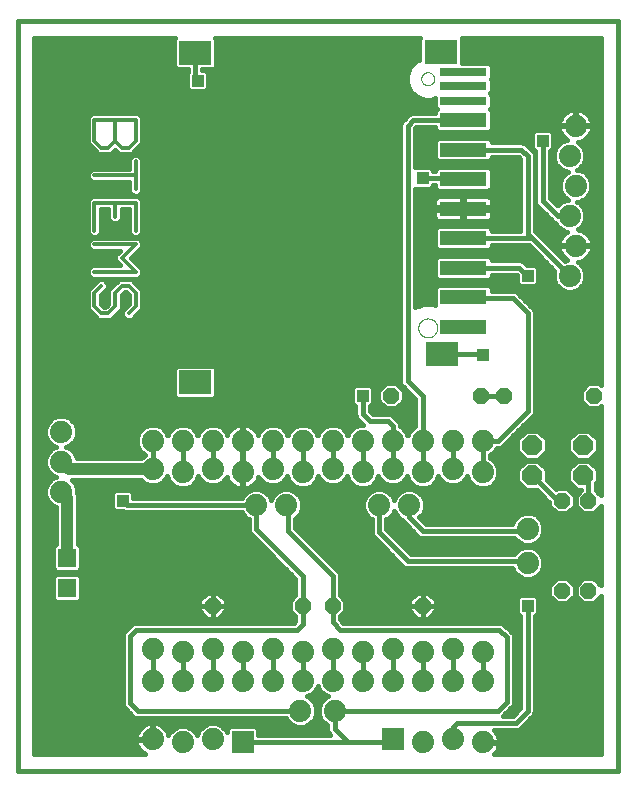
<source format=gtl>
G75*
%MOIN*%
%OFA0B0*%
%FSLAX25Y25*%
%IPPOS*%
%LPD*%
%AMOC8*
5,1,8,0,0,1.08239X$1,22.5*
%
%ADD10C,0.01600*%
%ADD11C,0.01200*%
%ADD12C,0.07400*%
%ADD13R,0.06000X0.06000*%
%ADD14OC8,0.06600*%
%ADD15R,0.07400X0.07400*%
%ADD16OC8,0.05200*%
%ADD17R,0.11024X0.07874*%
%ADD18R,0.15748X0.02756*%
%ADD19R,0.15748X0.04724*%
%ADD20C,0.00000*%
%ADD21R,0.03962X0.03962*%
%ADD22C,0.04000*%
D10*
X0003833Y0004867D02*
X0203833Y0004867D01*
X0203833Y0254867D01*
X0003833Y0254867D01*
X0003833Y0004867D01*
X0009433Y0010467D02*
X0009433Y0249267D01*
X0056364Y0249267D01*
X0055895Y0248797D01*
X0055895Y0239598D01*
X0056832Y0238660D01*
X0060607Y0238660D01*
X0060607Y0237865D01*
X0060252Y0237510D01*
X0060252Y0232223D01*
X0061189Y0231286D01*
X0066477Y0231286D01*
X0067414Y0232223D01*
X0067414Y0237510D01*
X0066477Y0238448D01*
X0065407Y0238448D01*
X0065407Y0238660D01*
X0069181Y0238660D01*
X0070118Y0239598D01*
X0070118Y0248797D01*
X0069649Y0249267D01*
X0137860Y0249267D01*
X0137785Y0249191D01*
X0137785Y0241923D01*
X0136620Y0241441D01*
X0134661Y0239481D01*
X0133600Y0236921D01*
X0133600Y0234150D01*
X0134661Y0231590D01*
X0136620Y0229631D01*
X0139180Y0228571D01*
X0141951Y0228571D01*
X0142903Y0228965D01*
X0142903Y0226015D01*
X0143519Y0225398D01*
X0142903Y0224781D01*
X0142903Y0224156D01*
X0135246Y0224156D01*
X0134364Y0223791D01*
X0132474Y0221901D01*
X0131799Y0221226D01*
X0131433Y0220344D01*
X0131433Y0134389D01*
X0131799Y0133507D01*
X0136433Y0128873D01*
X0136433Y0119609D01*
X0135831Y0119360D01*
X0134340Y0117869D01*
X0133833Y0116645D01*
X0133326Y0117869D01*
X0131836Y0119360D01*
X0131233Y0119609D01*
X0131233Y0120344D01*
X0130868Y0121226D01*
X0130193Y0121901D01*
X0128693Y0123401D01*
X0127811Y0123767D01*
X0122327Y0123767D01*
X0121233Y0124861D01*
X0121233Y0126286D01*
X0121477Y0126286D01*
X0122414Y0127223D01*
X0122414Y0132510D01*
X0121477Y0133448D01*
X0116189Y0133448D01*
X0115252Y0132510D01*
X0115252Y0127223D01*
X0116189Y0126286D01*
X0116433Y0126286D01*
X0116433Y0123389D01*
X0116799Y0122507D01*
X0119139Y0120167D01*
X0117779Y0120167D01*
X0115831Y0119360D01*
X0114340Y0117869D01*
X0113833Y0116645D01*
X0113326Y0117869D01*
X0111836Y0119360D01*
X0109888Y0120167D01*
X0107779Y0120167D01*
X0105831Y0119360D01*
X0104340Y0117869D01*
X0103833Y0116645D01*
X0103326Y0117869D01*
X0101836Y0119360D01*
X0099888Y0120167D01*
X0097779Y0120167D01*
X0095831Y0119360D01*
X0094340Y0117869D01*
X0093833Y0116645D01*
X0093326Y0117869D01*
X0091836Y0119360D01*
X0089888Y0120167D01*
X0087779Y0120167D01*
X0085831Y0119360D01*
X0084340Y0117869D01*
X0083948Y0116923D01*
X0083930Y0116978D01*
X0083537Y0117749D01*
X0083028Y0118450D01*
X0082416Y0119062D01*
X0081716Y0119571D01*
X0080945Y0119964D01*
X0080121Y0120231D01*
X0079266Y0120367D01*
X0079033Y0120367D01*
X0079033Y0115067D01*
X0078633Y0115067D01*
X0078633Y0120367D01*
X0078400Y0120367D01*
X0077545Y0120231D01*
X0076722Y0119964D01*
X0075951Y0119571D01*
X0075250Y0119062D01*
X0074638Y0118450D01*
X0074129Y0117749D01*
X0073736Y0116978D01*
X0073718Y0116923D01*
X0073326Y0117869D01*
X0071836Y0119360D01*
X0069888Y0120167D01*
X0067779Y0120167D01*
X0065831Y0119360D01*
X0064340Y0117869D01*
X0063833Y0116645D01*
X0063326Y0117869D01*
X0061836Y0119360D01*
X0059888Y0120167D01*
X0057779Y0120167D01*
X0055831Y0119360D01*
X0054340Y0117869D01*
X0053833Y0116645D01*
X0053326Y0117869D01*
X0051836Y0119360D01*
X0049888Y0120167D01*
X0047779Y0120167D01*
X0045831Y0119360D01*
X0044340Y0117869D01*
X0043533Y0115921D01*
X0043533Y0113812D01*
X0044340Y0111864D01*
X0045831Y0110374D01*
X0046433Y0110124D01*
X0046433Y0110109D01*
X0045831Y0109860D01*
X0044938Y0108967D01*
X0023614Y0108967D01*
X0022826Y0110869D01*
X0021336Y0112360D01*
X0020112Y0112867D01*
X0021336Y0113374D01*
X0022826Y0114864D01*
X0023633Y0116812D01*
X0023633Y0118921D01*
X0022826Y0120869D01*
X0021336Y0122360D01*
X0019388Y0123167D01*
X0017279Y0123167D01*
X0015331Y0122360D01*
X0013840Y0120869D01*
X0013033Y0118921D01*
X0013033Y0116812D01*
X0013840Y0114864D01*
X0015331Y0113374D01*
X0016555Y0112867D01*
X0015331Y0112360D01*
X0013840Y0110869D01*
X0013033Y0108921D01*
X0013033Y0106812D01*
X0013840Y0104864D01*
X0015331Y0103374D01*
X0016555Y0102867D01*
X0015331Y0102360D01*
X0013840Y0100869D01*
X0013033Y0098921D01*
X0013033Y0096812D01*
X0013840Y0094864D01*
X0015331Y0093374D01*
X0016733Y0092793D01*
X0016733Y0080467D01*
X0016671Y0080467D01*
X0015733Y0079529D01*
X0015733Y0072204D01*
X0016671Y0071267D01*
X0023996Y0071267D01*
X0024933Y0072204D01*
X0024933Y0079529D01*
X0023996Y0080467D01*
X0023933Y0080467D01*
X0023933Y0096583D01*
X0023633Y0097307D01*
X0023633Y0098921D01*
X0022826Y0100869D01*
X0021929Y0101767D01*
X0044938Y0101767D01*
X0045831Y0100874D01*
X0047779Y0100067D01*
X0049888Y0100067D01*
X0051836Y0100874D01*
X0053326Y0102364D01*
X0053626Y0103088D01*
X0054340Y0101364D01*
X0055831Y0099874D01*
X0057779Y0099067D01*
X0059888Y0099067D01*
X0061836Y0099874D01*
X0063326Y0101364D01*
X0064040Y0103088D01*
X0064340Y0102364D01*
X0065831Y0100874D01*
X0067779Y0100067D01*
X0069888Y0100067D01*
X0071836Y0100874D01*
X0073326Y0102364D01*
X0073536Y0102871D01*
X0073736Y0102255D01*
X0074129Y0101484D01*
X0074638Y0100784D01*
X0075250Y0100171D01*
X0075951Y0099663D01*
X0076722Y0099270D01*
X0077545Y0099002D01*
X0078400Y0098867D01*
X0078633Y0098867D01*
X0078633Y0104167D01*
X0079033Y0104167D01*
X0079033Y0098867D01*
X0079266Y0098867D01*
X0080121Y0099002D01*
X0080945Y0099270D01*
X0081716Y0099663D01*
X0082416Y0100171D01*
X0083028Y0100784D01*
X0083537Y0101484D01*
X0083930Y0102255D01*
X0084130Y0102871D01*
X0084340Y0102364D01*
X0085831Y0100874D01*
X0087779Y0100067D01*
X0089888Y0100067D01*
X0091836Y0100874D01*
X0093326Y0102364D01*
X0093626Y0103088D01*
X0094340Y0101364D01*
X0095831Y0099874D01*
X0097779Y0099067D01*
X0099888Y0099067D01*
X0101836Y0099874D01*
X0103326Y0101364D01*
X0104040Y0103088D01*
X0104340Y0102364D01*
X0105831Y0100874D01*
X0107779Y0100067D01*
X0109888Y0100067D01*
X0111836Y0100874D01*
X0113326Y0102364D01*
X0113626Y0103088D01*
X0114340Y0101364D01*
X0115831Y0099874D01*
X0117779Y0099067D01*
X0119888Y0099067D01*
X0121836Y0099874D01*
X0123326Y0101364D01*
X0124040Y0103088D01*
X0124340Y0102364D01*
X0125831Y0100874D01*
X0127779Y0100067D01*
X0129888Y0100067D01*
X0131836Y0100874D01*
X0133326Y0102364D01*
X0133626Y0103088D01*
X0134340Y0101364D01*
X0135831Y0099874D01*
X0137779Y0099067D01*
X0139888Y0099067D01*
X0141836Y0099874D01*
X0143326Y0101364D01*
X0144040Y0103088D01*
X0144340Y0102364D01*
X0145831Y0100874D01*
X0147779Y0100067D01*
X0149888Y0100067D01*
X0151836Y0100874D01*
X0153326Y0102364D01*
X0153626Y0103088D01*
X0154340Y0101364D01*
X0155831Y0099874D01*
X0157779Y0099067D01*
X0159888Y0099067D01*
X0161836Y0099874D01*
X0163326Y0101364D01*
X0164133Y0103312D01*
X0164133Y0105421D01*
X0163326Y0107369D01*
X0161836Y0108860D01*
X0161233Y0109109D01*
X0161233Y0110124D01*
X0161836Y0110374D01*
X0163326Y0111864D01*
X0163576Y0112467D01*
X0164311Y0112467D01*
X0165193Y0112832D01*
X0175193Y0122832D01*
X0175868Y0123507D01*
X0176233Y0124389D01*
X0176233Y0157844D01*
X0175868Y0158726D01*
X0170868Y0163726D01*
X0170193Y0164401D01*
X0169311Y0164767D01*
X0161851Y0164767D01*
X0161851Y0165726D01*
X0160913Y0166663D01*
X0143840Y0166663D01*
X0142903Y0165726D01*
X0142903Y0160102D01*
X0142147Y0160415D01*
X0138984Y0160415D01*
X0136233Y0159275D01*
X0136233Y0198786D01*
X0141477Y0198786D01*
X0142414Y0199723D01*
X0142414Y0199967D01*
X0142903Y0199967D01*
X0142903Y0199046D01*
X0143840Y0198109D01*
X0160913Y0198109D01*
X0161851Y0199046D01*
X0161851Y0205096D01*
X0160913Y0206034D01*
X0143840Y0206034D01*
X0142903Y0205096D01*
X0142903Y0204767D01*
X0142414Y0204767D01*
X0142414Y0205010D01*
X0141477Y0205948D01*
X0136233Y0205948D01*
X0136233Y0218873D01*
X0136717Y0219356D01*
X0142903Y0219356D01*
X0142903Y0218731D01*
X0143840Y0217794D01*
X0160913Y0217794D01*
X0161851Y0218731D01*
X0161851Y0224781D01*
X0161234Y0225398D01*
X0161851Y0226015D01*
X0161851Y0230096D01*
X0161332Y0230615D01*
X0161851Y0231133D01*
X0161851Y0235214D01*
X0161529Y0235536D01*
X0161851Y0235857D01*
X0161851Y0239939D01*
X0160913Y0240876D01*
X0152008Y0240876D01*
X0152008Y0249191D01*
X0151932Y0249267D01*
X0198233Y0249267D01*
X0198233Y0133406D01*
X0197573Y0134067D01*
X0194094Y0134067D01*
X0191633Y0131606D01*
X0191633Y0128127D01*
X0194094Y0125667D01*
X0197573Y0125667D01*
X0198233Y0126327D01*
X0198233Y0096706D01*
X0196533Y0098406D01*
X0196533Y0100637D01*
X0197233Y0101337D01*
X0197233Y0105396D01*
X0194363Y0108267D01*
X0190304Y0108267D01*
X0187433Y0105396D01*
X0187433Y0101337D01*
X0190304Y0098467D01*
X0191733Y0098467D01*
X0191733Y0098406D01*
X0189933Y0096606D01*
X0189933Y0093127D01*
X0192394Y0090667D01*
X0195873Y0090667D01*
X0198233Y0093027D01*
X0198233Y0066706D01*
X0195873Y0069067D01*
X0192394Y0069067D01*
X0189933Y0066606D01*
X0189933Y0063127D01*
X0192394Y0060667D01*
X0195873Y0060667D01*
X0198233Y0063027D01*
X0198233Y0010467D01*
X0162711Y0010467D01*
X0163028Y0010784D01*
X0163537Y0011484D01*
X0163930Y0012255D01*
X0164198Y0013079D01*
X0164333Y0013934D01*
X0164333Y0014167D01*
X0159033Y0014167D01*
X0159033Y0014567D01*
X0164333Y0014567D01*
X0164333Y0014800D01*
X0164198Y0015655D01*
X0163930Y0016478D01*
X0163537Y0017249D01*
X0163028Y0017950D01*
X0162511Y0018467D01*
X0170311Y0018467D01*
X0171193Y0018832D01*
X0175193Y0022832D01*
X0175868Y0023507D01*
X0176233Y0024389D01*
X0176233Y0056286D01*
X0176477Y0056286D01*
X0177414Y0057223D01*
X0177414Y0062510D01*
X0176477Y0063448D01*
X0171189Y0063448D01*
X0170252Y0062510D01*
X0170252Y0057223D01*
X0171189Y0056286D01*
X0171433Y0056286D01*
X0171433Y0025861D01*
X0168839Y0023267D01*
X0165627Y0023267D01*
X0165868Y0023507D01*
X0168868Y0026507D01*
X0169233Y0027389D01*
X0169233Y0049844D01*
X0168868Y0050726D01*
X0168193Y0051401D01*
X0165693Y0053901D01*
X0164811Y0054267D01*
X0112327Y0054267D01*
X0111233Y0055361D01*
X0111233Y0056327D01*
X0113033Y0058127D01*
X0113033Y0061606D01*
X0111233Y0063406D01*
X0111233Y0070344D01*
X0110868Y0071226D01*
X0096233Y0085861D01*
X0096233Y0088831D01*
X0096336Y0088874D01*
X0097826Y0090364D01*
X0098633Y0092312D01*
X0098633Y0094421D01*
X0097826Y0096369D01*
X0096336Y0097860D01*
X0094388Y0098667D01*
X0092279Y0098667D01*
X0090331Y0097860D01*
X0088840Y0096369D01*
X0088333Y0095145D01*
X0087826Y0096369D01*
X0086336Y0097860D01*
X0084388Y0098667D01*
X0082279Y0098667D01*
X0080331Y0097860D01*
X0078840Y0096369D01*
X0078591Y0095767D01*
X0042414Y0095767D01*
X0042414Y0097510D01*
X0041477Y0098448D01*
X0036189Y0098448D01*
X0035252Y0097510D01*
X0035252Y0092223D01*
X0036189Y0091286D01*
X0039086Y0091286D01*
X0039856Y0090967D01*
X0078591Y0090967D01*
X0078840Y0090364D01*
X0080331Y0088874D01*
X0080933Y0088624D01*
X0080933Y0084889D01*
X0081299Y0084007D01*
X0096433Y0068873D01*
X0096433Y0063406D01*
X0094633Y0061606D01*
X0094633Y0058127D01*
X0096433Y0056327D01*
X0096433Y0054861D01*
X0095839Y0054267D01*
X0042856Y0054267D01*
X0041974Y0053901D01*
X0039974Y0051901D01*
X0039299Y0051226D01*
X0038933Y0050344D01*
X0038933Y0026889D01*
X0039299Y0026007D01*
X0041799Y0023507D01*
X0042474Y0022832D01*
X0043356Y0022467D01*
X0093391Y0022467D01*
X0093640Y0021864D01*
X0095131Y0020374D01*
X0097079Y0019567D01*
X0099188Y0019567D01*
X0101136Y0020374D01*
X0102626Y0021864D01*
X0103433Y0023812D01*
X0103433Y0025921D01*
X0102626Y0027869D01*
X0101136Y0029360D01*
X0100262Y0029722D01*
X0101836Y0030374D01*
X0103326Y0031864D01*
X0103833Y0033088D01*
X0104340Y0031864D01*
X0105831Y0030374D01*
X0107405Y0029722D01*
X0106531Y0029360D01*
X0105040Y0027869D01*
X0104233Y0025921D01*
X0104233Y0023812D01*
X0105040Y0021864D01*
X0106531Y0020374D01*
X0107133Y0020124D01*
X0107133Y0018189D01*
X0107499Y0017307D01*
X0108039Y0016767D01*
X0084133Y0016767D01*
X0084133Y0018729D01*
X0083196Y0019667D01*
X0074471Y0019667D01*
X0073533Y0018729D01*
X0073533Y0017869D01*
X0073326Y0018369D01*
X0071836Y0019860D01*
X0069888Y0020667D01*
X0067779Y0020667D01*
X0065831Y0019860D01*
X0064340Y0018369D01*
X0063626Y0016645D01*
X0063326Y0017369D01*
X0061836Y0018860D01*
X0059888Y0019667D01*
X0057779Y0019667D01*
X0055831Y0018860D01*
X0054340Y0017369D01*
X0054130Y0016862D01*
X0053930Y0017478D01*
X0053537Y0018249D01*
X0053028Y0018950D01*
X0052416Y0019562D01*
X0051716Y0020071D01*
X0050945Y0020464D01*
X0050121Y0020731D01*
X0049266Y0020867D01*
X0049033Y0020867D01*
X0049033Y0015567D01*
X0048633Y0015567D01*
X0048633Y0020867D01*
X0048400Y0020867D01*
X0047545Y0020731D01*
X0046722Y0020464D01*
X0045951Y0020071D01*
X0045250Y0019562D01*
X0044638Y0018950D01*
X0044129Y0018249D01*
X0043736Y0017478D01*
X0043469Y0016655D01*
X0043333Y0015800D01*
X0043333Y0015567D01*
X0048633Y0015567D01*
X0048633Y0015167D01*
X0043333Y0015167D01*
X0043333Y0014934D01*
X0043469Y0014079D01*
X0043736Y0013255D01*
X0044129Y0012484D01*
X0044638Y0011784D01*
X0045250Y0011171D01*
X0045951Y0010663D01*
X0046335Y0010467D01*
X0009433Y0010467D01*
X0009433Y0011261D02*
X0045161Y0011261D01*
X0043938Y0012859D02*
X0009433Y0012859D01*
X0009433Y0014458D02*
X0043409Y0014458D01*
X0043374Y0016056D02*
X0009433Y0016056D01*
X0009433Y0017655D02*
X0043826Y0017655D01*
X0044942Y0019253D02*
X0009433Y0019253D01*
X0009433Y0020852D02*
X0048307Y0020852D01*
X0048633Y0020852D02*
X0049033Y0020852D01*
X0049360Y0020852D02*
X0094653Y0020852D01*
X0093398Y0022450D02*
X0009433Y0022450D01*
X0009433Y0024049D02*
X0041257Y0024049D01*
X0039659Y0025647D02*
X0009433Y0025647D01*
X0009433Y0027246D02*
X0038933Y0027246D01*
X0038933Y0028844D02*
X0009433Y0028844D01*
X0009433Y0030443D02*
X0038933Y0030443D01*
X0038933Y0032041D02*
X0009433Y0032041D01*
X0009433Y0033640D02*
X0038933Y0033640D01*
X0038933Y0035238D02*
X0009433Y0035238D01*
X0009433Y0036837D02*
X0038933Y0036837D01*
X0038933Y0038435D02*
X0009433Y0038435D01*
X0009433Y0040034D02*
X0038933Y0040034D01*
X0038933Y0041632D02*
X0009433Y0041632D01*
X0009433Y0043231D02*
X0038933Y0043231D01*
X0038933Y0044829D02*
X0009433Y0044829D01*
X0009433Y0046428D02*
X0038933Y0046428D01*
X0038933Y0048026D02*
X0009433Y0048026D01*
X0009433Y0049625D02*
X0038933Y0049625D01*
X0039298Y0051223D02*
X0009433Y0051223D01*
X0009433Y0052822D02*
X0040895Y0052822D01*
X0043333Y0051867D02*
X0041333Y0049867D01*
X0041333Y0027367D01*
X0043833Y0024867D01*
X0098133Y0024867D01*
X0101651Y0028844D02*
X0106016Y0028844D01*
X0105762Y0030443D02*
X0101905Y0030443D01*
X0103400Y0032041D02*
X0104267Y0032041D01*
X0104782Y0027246D02*
X0102885Y0027246D01*
X0103433Y0025647D02*
X0104233Y0025647D01*
X0104233Y0024049D02*
X0103433Y0024049D01*
X0102869Y0022450D02*
X0104798Y0022450D01*
X0106053Y0020852D02*
X0101614Y0020852D01*
X0107133Y0019253D02*
X0083609Y0019253D01*
X0084133Y0017655D02*
X0107355Y0017655D01*
X0109533Y0018667D02*
X0113833Y0014367D01*
X0127833Y0014367D01*
X0128833Y0015367D01*
X0128833Y0034867D02*
X0128833Y0045367D01*
X0137011Y0055467D02*
X0138833Y0055467D01*
X0138833Y0059867D01*
X0138833Y0064267D01*
X0137011Y0064267D01*
X0134433Y0061689D01*
X0134433Y0059867D01*
X0138833Y0059867D01*
X0138833Y0059867D01*
X0138833Y0059867D01*
X0138833Y0064267D01*
X0140656Y0064267D01*
X0143233Y0061689D01*
X0143233Y0059867D01*
X0138833Y0059867D01*
X0134433Y0059867D01*
X0134433Y0058044D01*
X0137011Y0055467D01*
X0136458Y0056019D02*
X0111233Y0056019D01*
X0112174Y0054421D02*
X0171433Y0054421D01*
X0171433Y0056019D02*
X0141208Y0056019D01*
X0140656Y0055467D02*
X0143233Y0058044D01*
X0143233Y0059867D01*
X0138833Y0059867D01*
X0138833Y0059867D01*
X0138833Y0059867D01*
X0138833Y0055467D01*
X0140656Y0055467D01*
X0138833Y0056019D02*
X0138833Y0056019D01*
X0138833Y0057618D02*
X0138833Y0057618D01*
X0138833Y0059216D02*
X0138833Y0059216D01*
X0138833Y0060815D02*
X0138833Y0060815D01*
X0138833Y0062413D02*
X0138833Y0062413D01*
X0138833Y0064012D02*
X0138833Y0064012D01*
X0136756Y0064012D02*
X0111233Y0064012D01*
X0111233Y0065610D02*
X0181133Y0065610D01*
X0181133Y0066606D02*
X0181133Y0063127D01*
X0183594Y0060667D01*
X0187073Y0060667D01*
X0189533Y0063127D01*
X0189533Y0066606D01*
X0187073Y0069067D01*
X0183594Y0069067D01*
X0181133Y0066606D01*
X0181736Y0067209D02*
X0111233Y0067209D01*
X0111233Y0068807D02*
X0183334Y0068807D01*
X0181133Y0064012D02*
X0140911Y0064012D01*
X0142509Y0062413D02*
X0170252Y0062413D01*
X0170252Y0060815D02*
X0143233Y0060815D01*
X0143233Y0059216D02*
X0170252Y0059216D01*
X0170252Y0057618D02*
X0142807Y0057618D01*
X0134860Y0057618D02*
X0112524Y0057618D01*
X0113033Y0059216D02*
X0134433Y0059216D01*
X0134433Y0060815D02*
X0113033Y0060815D01*
X0112227Y0062413D02*
X0135157Y0062413D01*
X0133356Y0072467D02*
X0168801Y0072467D01*
X0169340Y0071164D01*
X0170831Y0069674D01*
X0172779Y0068867D01*
X0174888Y0068867D01*
X0176836Y0069674D01*
X0178326Y0071164D01*
X0179133Y0073112D01*
X0179133Y0075221D01*
X0178326Y0077169D01*
X0176836Y0078660D01*
X0174888Y0079467D01*
X0172779Y0079467D01*
X0170831Y0078660D01*
X0169438Y0077267D01*
X0134827Y0077267D01*
X0126733Y0085361D01*
X0126733Y0088624D01*
X0127336Y0088874D01*
X0128826Y0090364D01*
X0129333Y0091588D01*
X0129840Y0090364D01*
X0131331Y0088874D01*
X0132066Y0088569D01*
X0132299Y0088007D01*
X0136799Y0083507D01*
X0137474Y0082832D01*
X0138356Y0082467D01*
X0169438Y0082467D01*
X0170831Y0081074D01*
X0172779Y0080267D01*
X0174888Y0080267D01*
X0176836Y0081074D01*
X0178326Y0082564D01*
X0179133Y0084512D01*
X0179133Y0086621D01*
X0178326Y0088569D01*
X0176836Y0090060D01*
X0174888Y0090867D01*
X0172779Y0090867D01*
X0170831Y0090060D01*
X0169340Y0088569D01*
X0168801Y0087267D01*
X0139827Y0087267D01*
X0137778Y0089316D01*
X0138826Y0090364D01*
X0139633Y0092312D01*
X0139633Y0094421D01*
X0138826Y0096369D01*
X0137336Y0097860D01*
X0135388Y0098667D01*
X0133279Y0098667D01*
X0131331Y0097860D01*
X0129840Y0096369D01*
X0129333Y0095145D01*
X0128826Y0096369D01*
X0127336Y0097860D01*
X0125388Y0098667D01*
X0123279Y0098667D01*
X0121331Y0097860D01*
X0119840Y0096369D01*
X0119033Y0094421D01*
X0119033Y0092312D01*
X0119840Y0090364D01*
X0121331Y0088874D01*
X0121933Y0088624D01*
X0121933Y0083889D01*
X0122299Y0083007D01*
X0131799Y0073507D01*
X0132474Y0072832D01*
X0133356Y0072467D01*
X0131703Y0073603D02*
X0108491Y0073603D01*
X0106893Y0075201D02*
X0130105Y0075201D01*
X0128506Y0076800D02*
X0105294Y0076800D01*
X0103696Y0078398D02*
X0126908Y0078398D01*
X0125309Y0079997D02*
X0102097Y0079997D01*
X0100499Y0081595D02*
X0123711Y0081595D01*
X0122221Y0083194D02*
X0098900Y0083194D01*
X0097302Y0084792D02*
X0121933Y0084792D01*
X0121933Y0086391D02*
X0096233Y0086391D01*
X0096233Y0087989D02*
X0121933Y0087989D01*
X0120617Y0089588D02*
X0097050Y0089588D01*
X0098167Y0091186D02*
X0119500Y0091186D01*
X0119033Y0092785D02*
X0098633Y0092785D01*
X0098633Y0094383D02*
X0119033Y0094383D01*
X0119680Y0095982D02*
X0097987Y0095982D01*
X0096615Y0097580D02*
X0121052Y0097580D01*
X0120158Y0099179D02*
X0137508Y0099179D01*
X0137615Y0097580D02*
X0177726Y0097580D01*
X0176839Y0098467D02*
X0181133Y0094173D01*
X0181133Y0093127D01*
X0183594Y0090667D01*
X0187073Y0090667D01*
X0189533Y0093127D01*
X0189533Y0096606D01*
X0187073Y0099067D01*
X0183594Y0099067D01*
X0183311Y0098784D01*
X0180233Y0101861D01*
X0180233Y0105396D01*
X0177363Y0108267D01*
X0173304Y0108267D01*
X0170433Y0105396D01*
X0170433Y0101337D01*
X0173304Y0098467D01*
X0176839Y0098467D01*
X0179324Y0095982D02*
X0138987Y0095982D01*
X0139633Y0094383D02*
X0180923Y0094383D01*
X0181476Y0092785D02*
X0139633Y0092785D01*
X0139167Y0091186D02*
X0183074Y0091186D01*
X0183833Y0094867D02*
X0175333Y0103367D01*
X0172208Y0107171D02*
X0163408Y0107171D01*
X0164070Y0105573D02*
X0170610Y0105573D01*
X0170433Y0103974D02*
X0164133Y0103974D01*
X0163745Y0102376D02*
X0170433Y0102376D01*
X0170993Y0100777D02*
X0162739Y0100777D01*
X0160158Y0099179D02*
X0172592Y0099179D01*
X0180233Y0102376D02*
X0187433Y0102376D01*
X0187433Y0103974D02*
X0180233Y0103974D01*
X0180057Y0105573D02*
X0187610Y0105573D01*
X0189208Y0107171D02*
X0178458Y0107171D01*
X0177363Y0108467D02*
X0180233Y0111337D01*
X0180233Y0115396D01*
X0177363Y0118267D01*
X0173304Y0118267D01*
X0170433Y0115396D01*
X0170433Y0111337D01*
X0173304Y0108467D01*
X0177363Y0108467D01*
X0177666Y0108770D02*
X0190000Y0108770D01*
X0190304Y0108467D02*
X0194363Y0108467D01*
X0197233Y0111337D01*
X0197233Y0115396D01*
X0194363Y0118267D01*
X0190304Y0118267D01*
X0187433Y0115396D01*
X0187433Y0111337D01*
X0190304Y0108467D01*
X0188402Y0110368D02*
X0179265Y0110368D01*
X0180233Y0111967D02*
X0187433Y0111967D01*
X0187433Y0113565D02*
X0180233Y0113565D01*
X0180233Y0115164D02*
X0187433Y0115164D01*
X0188799Y0116762D02*
X0178867Y0116762D01*
X0175517Y0123156D02*
X0198233Y0123156D01*
X0198233Y0121558D02*
X0173919Y0121558D01*
X0172320Y0119959D02*
X0198233Y0119959D01*
X0198233Y0118361D02*
X0170722Y0118361D01*
X0171799Y0116762D02*
X0169123Y0116762D01*
X0170433Y0115164D02*
X0167525Y0115164D01*
X0165926Y0113565D02*
X0170433Y0113565D01*
X0170433Y0111967D02*
X0163369Y0111967D01*
X0161823Y0110368D02*
X0171402Y0110368D01*
X0173000Y0108770D02*
X0161925Y0108770D01*
X0158833Y0104367D02*
X0158833Y0114867D01*
X0163833Y0114867D01*
X0173833Y0124867D01*
X0173833Y0157367D01*
X0168833Y0162367D01*
X0152711Y0162367D01*
X0152377Y0162701D01*
X0152377Y0172544D02*
X0171156Y0172544D01*
X0173833Y0169867D01*
X0173646Y0173448D02*
X0172516Y0174578D01*
X0171634Y0174944D01*
X0161851Y0174944D01*
X0161851Y0175569D01*
X0160913Y0176506D01*
X0143840Y0176506D01*
X0142903Y0175569D01*
X0142903Y0169519D01*
X0143840Y0168582D01*
X0160913Y0168582D01*
X0161851Y0169519D01*
X0161851Y0170144D01*
X0170162Y0170144D01*
X0170252Y0170054D01*
X0170252Y0167223D01*
X0171189Y0166286D01*
X0176477Y0166286D01*
X0177414Y0167223D01*
X0177414Y0172510D01*
X0176477Y0173448D01*
X0173646Y0173448D01*
X0172785Y0174309D02*
X0179997Y0174309D01*
X0178398Y0175907D02*
X0161512Y0175907D01*
X0160913Y0178424D02*
X0161851Y0179361D01*
X0161851Y0179986D01*
X0174320Y0179986D01*
X0182783Y0171523D01*
X0182533Y0170921D01*
X0182533Y0168812D01*
X0183340Y0166864D01*
X0184831Y0165374D01*
X0186779Y0164567D01*
X0188888Y0164567D01*
X0190836Y0165374D01*
X0192326Y0166864D01*
X0193133Y0168812D01*
X0193133Y0170921D01*
X0192326Y0172869D01*
X0190836Y0174360D01*
X0190666Y0174430D01*
X0191121Y0174502D01*
X0191945Y0174770D01*
X0192716Y0175163D01*
X0193416Y0175671D01*
X0194028Y0176284D01*
X0194537Y0176984D01*
X0194930Y0177755D01*
X0195198Y0178579D01*
X0195333Y0179434D01*
X0195333Y0179667D01*
X0190033Y0179667D01*
X0190033Y0180067D01*
X0195333Y0180067D01*
X0195333Y0180300D01*
X0195198Y0181155D01*
X0194930Y0181978D01*
X0194537Y0182749D01*
X0194028Y0183450D01*
X0193416Y0184062D01*
X0192716Y0184571D01*
X0191945Y0184964D01*
X0191121Y0185231D01*
X0190666Y0185303D01*
X0190836Y0185374D01*
X0192326Y0186864D01*
X0193133Y0188812D01*
X0193133Y0190921D01*
X0192326Y0192869D01*
X0190836Y0194360D01*
X0190336Y0194567D01*
X0190888Y0194567D01*
X0192836Y0195374D01*
X0194326Y0196864D01*
X0195133Y0198812D01*
X0195133Y0200921D01*
X0194326Y0202869D01*
X0192836Y0204360D01*
X0190888Y0205167D01*
X0190336Y0205167D01*
X0190836Y0205374D01*
X0192326Y0206864D01*
X0193133Y0208812D01*
X0193133Y0210921D01*
X0192326Y0212869D01*
X0190836Y0214360D01*
X0190666Y0214430D01*
X0191121Y0214502D01*
X0191945Y0214770D01*
X0192716Y0215163D01*
X0193416Y0215671D01*
X0194028Y0216284D01*
X0194537Y0216984D01*
X0194930Y0217755D01*
X0195198Y0218579D01*
X0195333Y0219434D01*
X0195333Y0219667D01*
X0190033Y0219667D01*
X0190033Y0220067D01*
X0189633Y0220067D01*
X0189633Y0225367D01*
X0189400Y0225367D01*
X0188545Y0225231D01*
X0187722Y0224964D01*
X0186951Y0224571D01*
X0186250Y0224062D01*
X0185638Y0223450D01*
X0185129Y0222749D01*
X0184736Y0221978D01*
X0184469Y0221155D01*
X0184333Y0220300D01*
X0184333Y0220067D01*
X0189633Y0220067D01*
X0189633Y0219667D01*
X0184333Y0219667D01*
X0184333Y0219434D01*
X0184469Y0218579D01*
X0184736Y0217755D01*
X0185129Y0216984D01*
X0185638Y0216284D01*
X0186250Y0215671D01*
X0186945Y0215167D01*
X0186779Y0215167D01*
X0184831Y0214360D01*
X0183340Y0212869D01*
X0182533Y0210921D01*
X0182533Y0208812D01*
X0183340Y0206864D01*
X0184831Y0205374D01*
X0186779Y0204567D01*
X0187331Y0204567D01*
X0186831Y0204360D01*
X0185340Y0202869D01*
X0184533Y0200921D01*
X0184533Y0198812D01*
X0185340Y0196864D01*
X0186831Y0195374D01*
X0187331Y0195167D01*
X0186779Y0195167D01*
X0184831Y0194360D01*
X0183783Y0193311D01*
X0181233Y0195861D01*
X0181233Y0211286D01*
X0181477Y0211286D01*
X0182414Y0212223D01*
X0182414Y0217510D01*
X0181477Y0218448D01*
X0176189Y0218448D01*
X0175252Y0217510D01*
X0175252Y0212223D01*
X0176189Y0211286D01*
X0176433Y0211286D01*
X0176433Y0194389D01*
X0176799Y0193507D01*
X0181799Y0188507D01*
X0182474Y0187832D01*
X0183036Y0187599D01*
X0183340Y0186864D01*
X0184831Y0185374D01*
X0186779Y0184567D01*
X0186945Y0184567D01*
X0186250Y0184062D01*
X0185638Y0183450D01*
X0185129Y0182749D01*
X0184736Y0181978D01*
X0184469Y0181155D01*
X0184333Y0180300D01*
X0184333Y0180067D01*
X0189633Y0180067D01*
X0189633Y0179667D01*
X0184333Y0179667D01*
X0184333Y0179434D01*
X0184469Y0178579D01*
X0184736Y0177755D01*
X0185129Y0176984D01*
X0185638Y0176284D01*
X0186250Y0175671D01*
X0186945Y0175167D01*
X0186779Y0175167D01*
X0186177Y0174917D01*
X0177348Y0183746D01*
X0176233Y0184861D01*
X0176233Y0210344D01*
X0175868Y0211226D01*
X0175193Y0211901D01*
X0173146Y0213949D01*
X0172263Y0214314D01*
X0161851Y0214314D01*
X0161851Y0214939D01*
X0160913Y0215876D01*
X0143840Y0215876D01*
X0142903Y0214939D01*
X0142903Y0208889D01*
X0143840Y0207952D01*
X0160913Y0207952D01*
X0161851Y0208889D01*
X0161851Y0209514D01*
X0170792Y0209514D01*
X0171433Y0208873D01*
X0171433Y0184786D01*
X0161851Y0184786D01*
X0161851Y0185411D01*
X0160913Y0186349D01*
X0143840Y0186349D01*
X0142903Y0185411D01*
X0142903Y0179361D01*
X0143840Y0178424D01*
X0160913Y0178424D01*
X0161594Y0179104D02*
X0175201Y0179104D01*
X0176800Y0177506D02*
X0136233Y0177506D01*
X0136233Y0179104D02*
X0143160Y0179104D01*
X0142903Y0180703D02*
X0136233Y0180703D01*
X0136233Y0182301D02*
X0142903Y0182301D01*
X0142903Y0183900D02*
X0136233Y0183900D01*
X0136233Y0185498D02*
X0142990Y0185498D01*
X0143808Y0188189D02*
X0143397Y0188426D01*
X0143062Y0188761D01*
X0142825Y0189172D01*
X0142703Y0189630D01*
X0142703Y0191848D01*
X0151995Y0191848D01*
X0151995Y0192610D01*
X0142703Y0192610D01*
X0142703Y0194828D01*
X0142825Y0195286D01*
X0143062Y0195696D01*
X0143397Y0196031D01*
X0143808Y0196268D01*
X0144266Y0196391D01*
X0151996Y0196391D01*
X0151996Y0192610D01*
X0152758Y0192610D01*
X0162051Y0192610D01*
X0162051Y0194828D01*
X0161928Y0195286D01*
X0161691Y0195696D01*
X0161356Y0196031D01*
X0160945Y0196268D01*
X0160488Y0196391D01*
X0152758Y0196391D01*
X0152758Y0192610D01*
X0152758Y0191848D01*
X0162051Y0191848D01*
X0162051Y0189630D01*
X0161928Y0189172D01*
X0161691Y0188761D01*
X0161356Y0188426D01*
X0160945Y0188189D01*
X0160488Y0188067D01*
X0152758Y0188067D01*
X0152758Y0191848D01*
X0151996Y0191848D01*
X0151996Y0188067D01*
X0144266Y0188067D01*
X0143808Y0188189D01*
X0143128Y0188695D02*
X0136233Y0188695D01*
X0136233Y0187097D02*
X0171433Y0187097D01*
X0171433Y0188695D02*
X0161625Y0188695D01*
X0162051Y0190294D02*
X0171433Y0190294D01*
X0171433Y0191892D02*
X0152758Y0191892D01*
X0151995Y0191892D02*
X0136233Y0191892D01*
X0136233Y0190294D02*
X0142703Y0190294D01*
X0142703Y0193491D02*
X0136233Y0193491D01*
X0136233Y0195090D02*
X0142773Y0195090D01*
X0143663Y0198287D02*
X0136233Y0198287D01*
X0136233Y0196688D02*
X0171433Y0196688D01*
X0171433Y0195090D02*
X0161981Y0195090D01*
X0162051Y0193491D02*
X0171433Y0193491D01*
X0171433Y0198287D02*
X0161091Y0198287D01*
X0161851Y0199885D02*
X0171433Y0199885D01*
X0171433Y0201484D02*
X0161851Y0201484D01*
X0161851Y0203082D02*
X0171433Y0203082D01*
X0171433Y0204681D02*
X0161851Y0204681D01*
X0161851Y0209476D02*
X0170830Y0209476D01*
X0171433Y0207878D02*
X0136233Y0207878D01*
X0136233Y0209476D02*
X0142903Y0209476D01*
X0142903Y0211075D02*
X0136233Y0211075D01*
X0136233Y0212673D02*
X0142903Y0212673D01*
X0142903Y0214272D02*
X0136233Y0214272D01*
X0136233Y0215870D02*
X0143834Y0215870D01*
X0142903Y0219067D02*
X0136428Y0219067D01*
X0136233Y0217469D02*
X0175252Y0217469D01*
X0175252Y0215870D02*
X0160919Y0215870D01*
X0161851Y0219067D02*
X0184391Y0219067D01*
X0184391Y0220666D02*
X0161851Y0220666D01*
X0161851Y0222264D02*
X0184882Y0222264D01*
X0186051Y0223863D02*
X0161851Y0223863D01*
X0161297Y0225461D02*
X0198233Y0225461D01*
X0198233Y0223863D02*
X0193615Y0223863D01*
X0193416Y0224062D02*
X0192716Y0224571D01*
X0191945Y0224964D01*
X0191121Y0225231D01*
X0190266Y0225367D01*
X0190033Y0225367D01*
X0190033Y0220067D01*
X0195333Y0220067D01*
X0195333Y0220300D01*
X0195198Y0221155D01*
X0194930Y0221978D01*
X0194537Y0222749D01*
X0194028Y0223450D01*
X0193416Y0224062D01*
X0194785Y0222264D02*
X0198233Y0222264D01*
X0198233Y0220666D02*
X0195275Y0220666D01*
X0195275Y0219067D02*
X0198233Y0219067D01*
X0198233Y0217469D02*
X0194784Y0217469D01*
X0193615Y0215870D02*
X0198233Y0215870D01*
X0198233Y0214272D02*
X0190924Y0214272D01*
X0192408Y0212673D02*
X0198233Y0212673D01*
X0198233Y0211075D02*
X0193070Y0211075D01*
X0193133Y0209476D02*
X0198233Y0209476D01*
X0198233Y0207878D02*
X0192746Y0207878D01*
X0191741Y0206279D02*
X0198233Y0206279D01*
X0198233Y0204681D02*
X0192061Y0204681D01*
X0194113Y0203082D02*
X0198233Y0203082D01*
X0198233Y0201484D02*
X0194900Y0201484D01*
X0195133Y0199885D02*
X0198233Y0199885D01*
X0198233Y0198287D02*
X0194915Y0198287D01*
X0194150Y0196688D02*
X0198233Y0196688D01*
X0198233Y0195090D02*
X0192150Y0195090D01*
X0191704Y0193491D02*
X0198233Y0193491D01*
X0198233Y0191892D02*
X0192731Y0191892D01*
X0193133Y0190294D02*
X0198233Y0190294D01*
X0198233Y0188695D02*
X0193085Y0188695D01*
X0192423Y0187097D02*
X0198233Y0187097D01*
X0198233Y0185498D02*
X0190960Y0185498D01*
X0193578Y0183900D02*
X0198233Y0183900D01*
X0198233Y0182301D02*
X0194766Y0182301D01*
X0195269Y0180703D02*
X0198233Y0180703D01*
X0198233Y0179104D02*
X0195281Y0179104D01*
X0194803Y0177506D02*
X0198233Y0177506D01*
X0198233Y0175907D02*
X0193652Y0175907D01*
X0190886Y0174309D02*
X0198233Y0174309D01*
X0198233Y0172710D02*
X0192392Y0172710D01*
X0193054Y0171112D02*
X0198233Y0171112D01*
X0198233Y0169513D02*
X0193133Y0169513D01*
X0192762Y0167915D02*
X0198233Y0167915D01*
X0198233Y0166316D02*
X0191778Y0166316D01*
X0189252Y0164718D02*
X0198233Y0164718D01*
X0198233Y0163119D02*
X0171475Y0163119D01*
X0173073Y0161521D02*
X0198233Y0161521D01*
X0198233Y0159922D02*
X0174672Y0159922D01*
X0176035Y0158324D02*
X0198233Y0158324D01*
X0198233Y0156725D02*
X0176233Y0156725D01*
X0176233Y0155127D02*
X0198233Y0155127D01*
X0198233Y0153528D02*
X0176233Y0153528D01*
X0176233Y0151930D02*
X0198233Y0151930D01*
X0198233Y0150331D02*
X0176233Y0150331D01*
X0176233Y0148733D02*
X0198233Y0148733D01*
X0198233Y0147134D02*
X0176233Y0147134D01*
X0176233Y0145536D02*
X0198233Y0145536D01*
X0198233Y0143937D02*
X0176233Y0143937D01*
X0176233Y0142339D02*
X0198233Y0142339D01*
X0198233Y0140740D02*
X0176233Y0140740D01*
X0176233Y0139142D02*
X0198233Y0139142D01*
X0198233Y0137543D02*
X0176233Y0137543D01*
X0176233Y0135945D02*
X0198233Y0135945D01*
X0198233Y0134346D02*
X0176233Y0134346D01*
X0176233Y0132748D02*
X0192775Y0132748D01*
X0191633Y0131149D02*
X0176233Y0131149D01*
X0176233Y0129551D02*
X0191633Y0129551D01*
X0191808Y0127952D02*
X0176233Y0127952D01*
X0176233Y0126354D02*
X0193407Y0126354D01*
X0198233Y0124755D02*
X0176233Y0124755D01*
X0165833Y0129867D02*
X0158333Y0129867D01*
X0158833Y0143367D02*
X0158833Y0143804D01*
X0145290Y0143804D01*
X0133833Y0134867D02*
X0138833Y0129867D01*
X0138833Y0114867D01*
X0138833Y0104367D01*
X0134927Y0100777D02*
X0131603Y0100777D01*
X0133331Y0102376D02*
X0133921Y0102376D01*
X0131052Y0097580D02*
X0127615Y0097580D01*
X0128987Y0095982D02*
X0129680Y0095982D01*
X0129500Y0091186D02*
X0129167Y0091186D01*
X0128050Y0089588D02*
X0130617Y0089588D01*
X0132317Y0087989D02*
X0126733Y0087989D01*
X0126733Y0086391D02*
X0133915Y0086391D01*
X0135514Y0084792D02*
X0127302Y0084792D01*
X0128900Y0083194D02*
X0137112Y0083194D01*
X0138833Y0084867D02*
X0134333Y0089367D01*
X0134333Y0093367D01*
X0138050Y0089588D02*
X0170359Y0089588D01*
X0169100Y0087989D02*
X0139105Y0087989D01*
X0138833Y0084867D02*
X0173133Y0084867D01*
X0173833Y0085567D01*
X0170309Y0081595D02*
X0130499Y0081595D01*
X0132097Y0079997D02*
X0198233Y0079997D01*
X0198233Y0081595D02*
X0177357Y0081595D01*
X0178587Y0083194D02*
X0198233Y0083194D01*
X0198233Y0084792D02*
X0179133Y0084792D01*
X0179133Y0086391D02*
X0198233Y0086391D01*
X0198233Y0087989D02*
X0178567Y0087989D01*
X0177308Y0089588D02*
X0198233Y0089588D01*
X0198233Y0091186D02*
X0196393Y0091186D01*
X0197991Y0092785D02*
X0198233Y0092785D01*
X0194133Y0094867D02*
X0194133Y0101567D01*
X0192333Y0103367D01*
X0195458Y0107171D02*
X0198233Y0107171D01*
X0198233Y0105573D02*
X0197057Y0105573D01*
X0197233Y0103974D02*
X0198233Y0103974D01*
X0198233Y0102376D02*
X0197233Y0102376D01*
X0196674Y0100777D02*
X0198233Y0100777D01*
X0198233Y0099179D02*
X0196533Y0099179D01*
X0197359Y0097580D02*
X0198233Y0097580D01*
X0190907Y0097580D02*
X0188559Y0097580D01*
X0189533Y0095982D02*
X0189933Y0095982D01*
X0189933Y0094383D02*
X0189533Y0094383D01*
X0189191Y0092785D02*
X0190276Y0092785D01*
X0191874Y0091186D02*
X0187593Y0091186D01*
X0185333Y0094867D02*
X0183833Y0094867D01*
X0182915Y0099179D02*
X0189592Y0099179D01*
X0187993Y0100777D02*
X0181317Y0100777D01*
X0194666Y0108770D02*
X0198233Y0108770D01*
X0198233Y0110368D02*
X0196265Y0110368D01*
X0197233Y0111967D02*
X0198233Y0111967D01*
X0198233Y0113565D02*
X0197233Y0113565D01*
X0197233Y0115164D02*
X0198233Y0115164D01*
X0198233Y0116762D02*
X0195867Y0116762D01*
X0198233Y0078398D02*
X0177097Y0078398D01*
X0178479Y0076800D02*
X0198233Y0076800D01*
X0198233Y0075201D02*
X0179133Y0075201D01*
X0179133Y0073603D02*
X0198233Y0073603D01*
X0198233Y0072004D02*
X0178674Y0072004D01*
X0177568Y0070406D02*
X0198233Y0070406D01*
X0198233Y0068807D02*
X0196133Y0068807D01*
X0197731Y0067209D02*
X0198233Y0067209D01*
X0198233Y0062413D02*
X0197619Y0062413D01*
X0198233Y0060815D02*
X0196021Y0060815D01*
X0198233Y0059216D02*
X0177414Y0059216D01*
X0177414Y0057618D02*
X0198233Y0057618D01*
X0198233Y0056019D02*
X0176233Y0056019D01*
X0176233Y0054421D02*
X0198233Y0054421D01*
X0198233Y0052822D02*
X0176233Y0052822D01*
X0176233Y0051223D02*
X0198233Y0051223D01*
X0198233Y0049625D02*
X0176233Y0049625D01*
X0176233Y0048026D02*
X0198233Y0048026D01*
X0198233Y0046428D02*
X0176233Y0046428D01*
X0176233Y0044829D02*
X0198233Y0044829D01*
X0198233Y0043231D02*
X0176233Y0043231D01*
X0176233Y0041632D02*
X0198233Y0041632D01*
X0198233Y0040034D02*
X0176233Y0040034D01*
X0176233Y0038435D02*
X0198233Y0038435D01*
X0198233Y0036837D02*
X0176233Y0036837D01*
X0176233Y0035238D02*
X0198233Y0035238D01*
X0198233Y0033640D02*
X0176233Y0033640D01*
X0176233Y0032041D02*
X0198233Y0032041D01*
X0198233Y0030443D02*
X0176233Y0030443D01*
X0176233Y0028844D02*
X0198233Y0028844D01*
X0198233Y0027246D02*
X0176233Y0027246D01*
X0176233Y0025647D02*
X0198233Y0025647D01*
X0198233Y0024049D02*
X0176092Y0024049D01*
X0174811Y0022450D02*
X0198233Y0022450D01*
X0198233Y0020852D02*
X0173213Y0020852D01*
X0171614Y0019253D02*
X0198233Y0019253D01*
X0198233Y0017655D02*
X0163243Y0017655D01*
X0164067Y0016056D02*
X0198233Y0016056D01*
X0198233Y0014458D02*
X0159033Y0014458D01*
X0164127Y0012859D02*
X0198233Y0012859D01*
X0198233Y0011261D02*
X0163375Y0011261D01*
X0169833Y0020867D02*
X0173833Y0024867D01*
X0173833Y0059867D01*
X0171433Y0052822D02*
X0166772Y0052822D01*
X0168371Y0051223D02*
X0171433Y0051223D01*
X0171433Y0049625D02*
X0169233Y0049625D01*
X0169233Y0048026D02*
X0171433Y0048026D01*
X0171433Y0046428D02*
X0169233Y0046428D01*
X0169233Y0044829D02*
X0171433Y0044829D01*
X0171433Y0043231D02*
X0169233Y0043231D01*
X0169233Y0041632D02*
X0171433Y0041632D01*
X0171433Y0040034D02*
X0169233Y0040034D01*
X0169233Y0038435D02*
X0171433Y0038435D01*
X0171433Y0036837D02*
X0169233Y0036837D01*
X0169233Y0035238D02*
X0171433Y0035238D01*
X0171433Y0033640D02*
X0169233Y0033640D01*
X0169233Y0032041D02*
X0171433Y0032041D01*
X0171433Y0030443D02*
X0169233Y0030443D01*
X0169233Y0028844D02*
X0171433Y0028844D01*
X0171433Y0027246D02*
X0169174Y0027246D01*
X0168008Y0025647D02*
X0171220Y0025647D01*
X0169621Y0024049D02*
X0166410Y0024049D01*
X0163833Y0024867D02*
X0166833Y0027867D01*
X0166833Y0049367D01*
X0164333Y0051867D01*
X0111333Y0051867D01*
X0108833Y0054367D01*
X0108833Y0059867D01*
X0108833Y0069867D01*
X0093833Y0084867D01*
X0093833Y0092867D01*
X0093333Y0093367D01*
X0088680Y0095982D02*
X0087987Y0095982D01*
X0086615Y0097580D02*
X0090052Y0097580D01*
X0091603Y0100777D02*
X0094927Y0100777D01*
X0093921Y0102376D02*
X0093331Y0102376D01*
X0097508Y0099179D02*
X0080665Y0099179D01*
X0079033Y0099179D02*
X0078633Y0099179D01*
X0078633Y0100777D02*
X0079033Y0100777D01*
X0079033Y0102376D02*
X0078633Y0102376D01*
X0078633Y0103974D02*
X0079033Y0103974D01*
X0078833Y0104367D02*
X0078833Y0114867D01*
X0078633Y0114667D02*
X0079033Y0114667D01*
X0079033Y0109867D01*
X0079033Y0104567D01*
X0078633Y0104567D01*
X0078633Y0114667D01*
X0078633Y0115164D02*
X0079033Y0115164D01*
X0079033Y0116762D02*
X0078633Y0116762D01*
X0078633Y0118361D02*
X0079033Y0118361D01*
X0079033Y0119959D02*
X0078633Y0119959D01*
X0076714Y0119959D02*
X0070388Y0119959D01*
X0072834Y0118361D02*
X0074574Y0118361D01*
X0078633Y0113565D02*
X0079033Y0113565D01*
X0079033Y0111967D02*
X0078633Y0111967D01*
X0078633Y0110368D02*
X0079033Y0110368D01*
X0079033Y0108770D02*
X0078633Y0108770D01*
X0078633Y0107171D02*
X0079033Y0107171D01*
X0079033Y0105573D02*
X0078633Y0105573D01*
X0073697Y0102376D02*
X0073331Y0102376D01*
X0074644Y0100777D02*
X0071603Y0100777D01*
X0068833Y0105367D02*
X0068833Y0114867D01*
X0064832Y0118361D02*
X0062834Y0118361D01*
X0063785Y0116762D02*
X0063882Y0116762D01*
X0067279Y0119959D02*
X0060388Y0119959D01*
X0057279Y0119959D02*
X0050388Y0119959D01*
X0052834Y0118361D02*
X0054832Y0118361D01*
X0053882Y0116762D02*
X0053785Y0116762D01*
X0048833Y0114867D02*
X0048833Y0105367D01*
X0046063Y0100777D02*
X0022864Y0100777D01*
X0023526Y0099179D02*
X0057508Y0099179D01*
X0060158Y0099179D02*
X0077001Y0099179D01*
X0080052Y0097580D02*
X0042345Y0097580D01*
X0042414Y0095982D02*
X0078680Y0095982D01*
X0079617Y0089588D02*
X0023933Y0089588D01*
X0023933Y0091186D02*
X0039326Y0091186D01*
X0040333Y0093367D02*
X0038833Y0094867D01*
X0040333Y0093367D02*
X0083333Y0093367D01*
X0083333Y0085367D01*
X0098833Y0069867D01*
X0098833Y0059867D01*
X0098833Y0053867D01*
X0096833Y0051867D01*
X0043333Y0051867D01*
X0048833Y0045367D02*
X0048833Y0034867D01*
X0048633Y0019253D02*
X0049033Y0019253D01*
X0049033Y0017655D02*
X0048633Y0017655D01*
X0048633Y0016056D02*
X0049033Y0016056D01*
X0052725Y0019253D02*
X0056781Y0019253D01*
X0054626Y0017655D02*
X0053840Y0017655D01*
X0060886Y0019253D02*
X0065225Y0019253D01*
X0064044Y0017655D02*
X0063041Y0017655D01*
X0072442Y0019253D02*
X0074057Y0019253D01*
X0078833Y0014367D02*
X0113833Y0014367D01*
X0109533Y0018667D02*
X0109533Y0024867D01*
X0163833Y0024867D01*
X0169833Y0020867D02*
X0150333Y0020867D01*
X0148833Y0019367D01*
X0148833Y0015367D01*
X0148833Y0034867D02*
X0148833Y0045367D01*
X0138833Y0044367D02*
X0138833Y0034867D01*
X0158833Y0034867D02*
X0158833Y0044367D01*
X0170099Y0070406D02*
X0111208Y0070406D01*
X0110090Y0072004D02*
X0168992Y0072004D01*
X0173133Y0074867D02*
X0173833Y0074167D01*
X0173133Y0074867D02*
X0133833Y0074867D01*
X0124333Y0084367D01*
X0124333Y0093367D01*
X0122739Y0100777D02*
X0126063Y0100777D01*
X0124335Y0102376D02*
X0123745Y0102376D01*
X0118833Y0104367D02*
X0118833Y0114867D01*
X0113882Y0116762D02*
X0113785Y0116762D01*
X0112834Y0118361D02*
X0114832Y0118361D01*
X0117279Y0119959D02*
X0110388Y0119959D01*
X0107279Y0119959D02*
X0100388Y0119959D01*
X0102834Y0118361D02*
X0104832Y0118361D01*
X0103882Y0116762D02*
X0103785Y0116762D01*
X0098833Y0114867D02*
X0098833Y0104367D01*
X0103745Y0102376D02*
X0104335Y0102376D01*
X0102739Y0100777D02*
X0106063Y0100777D01*
X0108833Y0105367D02*
X0108833Y0114867D01*
X0113331Y0102376D02*
X0113921Y0102376D01*
X0114927Y0100777D02*
X0111603Y0100777D01*
X0117508Y0099179D02*
X0100158Y0099179D01*
X0088833Y0105367D02*
X0088833Y0114867D01*
X0093785Y0116762D02*
X0093882Y0116762D01*
X0094832Y0118361D02*
X0092834Y0118361D01*
X0090388Y0119959D02*
X0097279Y0119959D01*
X0087279Y0119959D02*
X0080953Y0119959D01*
X0083093Y0118361D02*
X0084832Y0118361D01*
X0084335Y0102376D02*
X0083970Y0102376D01*
X0083022Y0100777D02*
X0086063Y0100777D01*
X0080933Y0087989D02*
X0023933Y0087989D01*
X0023933Y0086391D02*
X0080933Y0086391D01*
X0080974Y0084792D02*
X0023933Y0084792D01*
X0023933Y0083194D02*
X0082112Y0083194D01*
X0083711Y0081595D02*
X0023933Y0081595D01*
X0024466Y0079997D02*
X0085309Y0079997D01*
X0086908Y0078398D02*
X0024933Y0078398D01*
X0024933Y0076800D02*
X0088506Y0076800D01*
X0090105Y0075201D02*
X0024933Y0075201D01*
X0024933Y0073603D02*
X0091703Y0073603D01*
X0093302Y0072004D02*
X0024734Y0072004D01*
X0023996Y0070467D02*
X0016671Y0070467D01*
X0015733Y0069529D01*
X0015733Y0062204D01*
X0016671Y0061267D01*
X0023996Y0061267D01*
X0024933Y0062204D01*
X0024933Y0069529D01*
X0023996Y0070467D01*
X0024057Y0070406D02*
X0094900Y0070406D01*
X0096433Y0068807D02*
X0024933Y0068807D01*
X0024933Y0067209D02*
X0096433Y0067209D01*
X0096433Y0065610D02*
X0024933Y0065610D01*
X0024933Y0064012D02*
X0066756Y0064012D01*
X0067011Y0064267D02*
X0064433Y0061689D01*
X0064433Y0059867D01*
X0068833Y0059867D01*
X0068833Y0064267D01*
X0067011Y0064267D01*
X0068833Y0064267D02*
X0068833Y0059867D01*
X0068833Y0059867D01*
X0068833Y0059867D01*
X0064433Y0059867D01*
X0064433Y0058044D01*
X0067011Y0055467D01*
X0068833Y0055467D01*
X0068833Y0059867D01*
X0073233Y0059867D01*
X0073233Y0061689D01*
X0070656Y0064267D01*
X0068833Y0064267D01*
X0068833Y0064012D02*
X0068833Y0064012D01*
X0068833Y0062413D02*
X0068833Y0062413D01*
X0068833Y0060815D02*
X0068833Y0060815D01*
X0068833Y0059867D02*
X0068833Y0059867D01*
X0068833Y0059867D01*
X0068833Y0055467D01*
X0070656Y0055467D01*
X0073233Y0058044D01*
X0073233Y0059867D01*
X0068833Y0059867D01*
X0068833Y0059216D02*
X0068833Y0059216D01*
X0068833Y0057618D02*
X0068833Y0057618D01*
X0068833Y0056019D02*
X0068833Y0056019D01*
X0066458Y0056019D02*
X0009433Y0056019D01*
X0009433Y0054421D02*
X0095993Y0054421D01*
X0096433Y0056019D02*
X0071208Y0056019D01*
X0072807Y0057618D02*
X0095143Y0057618D01*
X0094633Y0059216D02*
X0073233Y0059216D01*
X0073233Y0060815D02*
X0094633Y0060815D01*
X0095440Y0062413D02*
X0072509Y0062413D01*
X0070911Y0064012D02*
X0096433Y0064012D01*
X0098833Y0044367D02*
X0098833Y0034867D01*
X0088833Y0034867D02*
X0088833Y0045367D01*
X0078833Y0044367D02*
X0078833Y0034867D01*
X0068833Y0034867D02*
X0068833Y0045367D01*
X0058833Y0044367D02*
X0058833Y0034867D01*
X0064860Y0057618D02*
X0009433Y0057618D01*
X0009433Y0059216D02*
X0064433Y0059216D01*
X0064433Y0060815D02*
X0009433Y0060815D01*
X0009433Y0062413D02*
X0015733Y0062413D01*
X0015733Y0064012D02*
X0009433Y0064012D01*
X0009433Y0065610D02*
X0015733Y0065610D01*
X0015733Y0067209D02*
X0009433Y0067209D01*
X0009433Y0068807D02*
X0015733Y0068807D01*
X0016610Y0070406D02*
X0009433Y0070406D01*
X0009433Y0072004D02*
X0015933Y0072004D01*
X0015733Y0073603D02*
X0009433Y0073603D01*
X0009433Y0075201D02*
X0015733Y0075201D01*
X0015733Y0076800D02*
X0009433Y0076800D01*
X0009433Y0078398D02*
X0015733Y0078398D01*
X0016201Y0079997D02*
X0009433Y0079997D01*
X0009433Y0081595D02*
X0016733Y0081595D01*
X0016733Y0083194D02*
X0009433Y0083194D01*
X0009433Y0084792D02*
X0016733Y0084792D01*
X0016733Y0086391D02*
X0009433Y0086391D01*
X0009433Y0087989D02*
X0016733Y0087989D01*
X0016733Y0089588D02*
X0009433Y0089588D01*
X0009433Y0091186D02*
X0016733Y0091186D01*
X0016733Y0092785D02*
X0009433Y0092785D01*
X0009433Y0094383D02*
X0014321Y0094383D01*
X0013377Y0095982D02*
X0009433Y0095982D01*
X0009433Y0097580D02*
X0013033Y0097580D01*
X0013140Y0099179D02*
X0009433Y0099179D01*
X0009433Y0100777D02*
X0013802Y0100777D01*
X0015370Y0102376D02*
X0009433Y0102376D01*
X0009433Y0103974D02*
X0014730Y0103974D01*
X0013547Y0105573D02*
X0009433Y0105573D01*
X0009433Y0107171D02*
X0013033Y0107171D01*
X0013033Y0108770D02*
X0009433Y0108770D01*
X0009433Y0110368D02*
X0013633Y0110368D01*
X0014938Y0111967D02*
X0009433Y0111967D01*
X0009433Y0113565D02*
X0015139Y0113565D01*
X0013716Y0115164D02*
X0009433Y0115164D01*
X0009433Y0116762D02*
X0013054Y0116762D01*
X0013033Y0118361D02*
X0009433Y0118361D01*
X0009433Y0119959D02*
X0013464Y0119959D01*
X0014529Y0121558D02*
X0009433Y0121558D01*
X0009433Y0123156D02*
X0017255Y0123156D01*
X0019412Y0123156D02*
X0116530Y0123156D01*
X0116433Y0124755D02*
X0009433Y0124755D01*
X0009433Y0126354D02*
X0116122Y0126354D01*
X0115252Y0127952D02*
X0009433Y0127952D01*
X0009433Y0129551D02*
X0056099Y0129551D01*
X0055895Y0129755D02*
X0056832Y0128818D01*
X0069181Y0128818D01*
X0070118Y0129755D01*
X0070118Y0138955D01*
X0069181Y0139892D01*
X0056832Y0139892D01*
X0055895Y0138955D01*
X0055895Y0129755D01*
X0055895Y0131149D02*
X0009433Y0131149D01*
X0009433Y0132748D02*
X0055895Y0132748D01*
X0055895Y0134346D02*
X0009433Y0134346D01*
X0009433Y0135945D02*
X0055895Y0135945D01*
X0055895Y0137543D02*
X0009433Y0137543D01*
X0009433Y0139142D02*
X0056082Y0139142D01*
X0069931Y0139142D02*
X0131433Y0139142D01*
X0131433Y0140740D02*
X0009433Y0140740D01*
X0009433Y0142339D02*
X0131433Y0142339D01*
X0131433Y0143937D02*
X0009433Y0143937D01*
X0009433Y0145536D02*
X0131433Y0145536D01*
X0131433Y0147134D02*
X0009433Y0147134D01*
X0009433Y0148733D02*
X0131433Y0148733D01*
X0131433Y0150331D02*
X0009433Y0150331D01*
X0009433Y0151930D02*
X0131433Y0151930D01*
X0131433Y0153528D02*
X0009433Y0153528D01*
X0009433Y0155127D02*
X0030809Y0155127D01*
X0030798Y0155138D02*
X0030824Y0155112D01*
X0034949Y0155112D01*
X0036237Y0156400D01*
X0038539Y0158702D01*
X0038539Y0163306D01*
X0039552Y0164319D01*
X0040032Y0164319D01*
X0041045Y0163306D01*
X0041045Y0160525D01*
X0038743Y0158223D01*
X0038743Y0156400D01*
X0040032Y0155112D01*
X0041854Y0155112D01*
X0044156Y0157414D01*
X0045445Y0158702D01*
X0045445Y0165129D01*
X0045419Y0165155D01*
X0044156Y0166417D01*
X0043143Y0167431D01*
X0041854Y0168719D01*
X0037730Y0168719D01*
X0036441Y0167431D01*
X0036441Y0167431D01*
X0035428Y0166417D01*
X0034139Y0165129D01*
X0034139Y0160525D01*
X0033126Y0159512D01*
X0032647Y0159512D01*
X0031633Y0160525D01*
X0031633Y0163306D01*
X0033935Y0165608D01*
X0033935Y0167431D01*
X0032647Y0168719D01*
X0030824Y0168719D01*
X0027233Y0165129D01*
X0027233Y0158702D01*
X0028522Y0157414D01*
X0029535Y0156400D01*
X0030798Y0155138D01*
X0029535Y0156400D02*
X0029535Y0156400D01*
X0029210Y0156725D02*
X0009433Y0156725D01*
X0009433Y0158324D02*
X0027612Y0158324D01*
X0028522Y0157414D02*
X0028522Y0157414D01*
X0027233Y0159922D02*
X0009433Y0159922D01*
X0009433Y0161521D02*
X0027233Y0161521D01*
X0027233Y0163119D02*
X0009433Y0163119D01*
X0009433Y0164718D02*
X0027233Y0164718D01*
X0028421Y0166316D02*
X0009433Y0166316D01*
X0009433Y0167915D02*
X0030019Y0167915D01*
X0028522Y0168923D02*
X0044156Y0168923D01*
X0045445Y0170212D01*
X0045445Y0172035D01*
X0044156Y0173323D01*
X0041752Y0175727D01*
X0044156Y0178131D01*
X0044156Y0178131D01*
X0045402Y0179377D01*
X0045445Y0179420D01*
X0045445Y0181243D01*
X0044175Y0182513D01*
X0044156Y0182531D01*
X0042334Y0182531D01*
X0028522Y0182531D01*
X0027233Y0181243D01*
X0027233Y0179420D01*
X0028522Y0178131D01*
X0037934Y0178131D01*
X0037730Y0177927D01*
X0036441Y0176639D01*
X0036441Y0174816D01*
X0037934Y0173323D01*
X0028522Y0173323D01*
X0027233Y0172035D01*
X0027233Y0170212D01*
X0028522Y0168923D01*
X0027932Y0169513D02*
X0009433Y0169513D01*
X0009433Y0171112D02*
X0027233Y0171112D01*
X0027909Y0172710D02*
X0009433Y0172710D01*
X0009433Y0174309D02*
X0036948Y0174309D01*
X0036441Y0175907D02*
X0009433Y0175907D01*
X0009433Y0177506D02*
X0037308Y0177506D01*
X0037730Y0177927D02*
X0037730Y0177927D01*
X0041932Y0175907D02*
X0131433Y0175907D01*
X0131433Y0174309D02*
X0043171Y0174309D01*
X0044769Y0172710D02*
X0131433Y0172710D01*
X0131433Y0171112D02*
X0045445Y0171112D01*
X0044746Y0169513D02*
X0131433Y0169513D01*
X0131433Y0167915D02*
X0042659Y0167915D01*
X0043143Y0167431D02*
X0043143Y0167431D01*
X0044156Y0166417D02*
X0044156Y0166417D01*
X0044258Y0166316D02*
X0131433Y0166316D01*
X0131433Y0164718D02*
X0045445Y0164718D01*
X0045445Y0163119D02*
X0131433Y0163119D01*
X0131433Y0161521D02*
X0045445Y0161521D01*
X0045445Y0159922D02*
X0131433Y0159922D01*
X0131433Y0158324D02*
X0045067Y0158324D01*
X0043468Y0156725D02*
X0131433Y0156725D01*
X0131433Y0155127D02*
X0041870Y0155127D01*
X0040017Y0155127D02*
X0034964Y0155127D01*
X0036562Y0156725D02*
X0038743Y0156725D01*
X0038844Y0158324D02*
X0038161Y0158324D01*
X0038539Y0159922D02*
X0040443Y0159922D01*
X0041045Y0161521D02*
X0038539Y0161521D01*
X0038539Y0163119D02*
X0041045Y0163119D01*
X0036925Y0167915D02*
X0033451Y0167915D01*
X0033935Y0166316D02*
X0035327Y0166316D01*
X0035428Y0166417D02*
X0035428Y0166417D01*
X0034139Y0164718D02*
X0033045Y0164718D01*
X0034139Y0163119D02*
X0031633Y0163119D01*
X0031633Y0161521D02*
X0034139Y0161521D01*
X0033537Y0159922D02*
X0032236Y0159922D01*
X0027549Y0179104D02*
X0009433Y0179104D01*
X0009433Y0180703D02*
X0027233Y0180703D01*
X0028292Y0182301D02*
X0009433Y0182301D01*
X0009433Y0183900D02*
X0027357Y0183900D01*
X0027233Y0184024D02*
X0028522Y0182735D01*
X0030345Y0182735D01*
X0031633Y0184024D01*
X0031633Y0191943D01*
X0034139Y0191943D01*
X0034139Y0188628D01*
X0035428Y0187339D01*
X0037250Y0187339D01*
X0038539Y0188628D01*
X0038539Y0191943D01*
X0041045Y0191943D01*
X0041045Y0184024D01*
X0042334Y0182735D01*
X0044156Y0182735D01*
X0045445Y0184024D01*
X0045445Y0195054D01*
X0044156Y0196343D01*
X0028522Y0196343D01*
X0027233Y0195054D01*
X0027233Y0184024D01*
X0027233Y0185498D02*
X0009433Y0185498D01*
X0009433Y0187097D02*
X0027233Y0187097D01*
X0027233Y0188695D02*
X0009433Y0188695D01*
X0009433Y0190294D02*
X0027233Y0190294D01*
X0027233Y0191892D02*
X0009433Y0191892D01*
X0009433Y0193491D02*
X0027233Y0193491D01*
X0027269Y0195090D02*
X0009433Y0195090D01*
X0009433Y0196688D02*
X0042193Y0196688D01*
X0042334Y0196547D02*
X0044156Y0196547D01*
X0045445Y0197836D01*
X0045445Y0208866D01*
X0044156Y0210155D01*
X0042334Y0210155D01*
X0041045Y0208866D01*
X0041045Y0205551D01*
X0028522Y0205551D01*
X0027233Y0204262D01*
X0027233Y0202440D01*
X0028522Y0201151D01*
X0041045Y0201151D01*
X0041045Y0197836D01*
X0042334Y0196547D01*
X0044297Y0196688D02*
X0131433Y0196688D01*
X0131433Y0195090D02*
X0045410Y0195090D01*
X0045445Y0193491D02*
X0131433Y0193491D01*
X0131433Y0191892D02*
X0045445Y0191892D01*
X0045445Y0190294D02*
X0131433Y0190294D01*
X0131433Y0188695D02*
X0045445Y0188695D01*
X0045445Y0187097D02*
X0131433Y0187097D01*
X0131433Y0185498D02*
X0045445Y0185498D01*
X0045321Y0183900D02*
X0131433Y0183900D01*
X0131433Y0182301D02*
X0044386Y0182301D01*
X0045445Y0180703D02*
X0131433Y0180703D01*
X0131433Y0179104D02*
X0045130Y0179104D01*
X0043531Y0177506D02*
X0131433Y0177506D01*
X0136233Y0175907D02*
X0143241Y0175907D01*
X0142903Y0174309D02*
X0136233Y0174309D01*
X0136233Y0172710D02*
X0142903Y0172710D01*
X0142903Y0171112D02*
X0136233Y0171112D01*
X0136233Y0169513D02*
X0142908Y0169513D01*
X0143493Y0166316D02*
X0136233Y0166316D01*
X0136233Y0164718D02*
X0142903Y0164718D01*
X0142903Y0163119D02*
X0136233Y0163119D01*
X0136233Y0161521D02*
X0142903Y0161521D01*
X0137796Y0159922D02*
X0136233Y0159922D01*
X0136233Y0167915D02*
X0170252Y0167915D01*
X0170252Y0169513D02*
X0161845Y0169513D01*
X0161261Y0166316D02*
X0171159Y0166316D01*
X0169429Y0164718D02*
X0186414Y0164718D01*
X0183888Y0166316D02*
X0176508Y0166316D01*
X0177414Y0167915D02*
X0182905Y0167915D01*
X0182533Y0169513D02*
X0177414Y0169513D01*
X0177414Y0171112D02*
X0182612Y0171112D01*
X0181596Y0172710D02*
X0177215Y0172710D01*
X0178793Y0182301D02*
X0184901Y0182301D01*
X0184397Y0180703D02*
X0180391Y0180703D01*
X0181990Y0179104D02*
X0184385Y0179104D01*
X0184863Y0177506D02*
X0183588Y0177506D01*
X0185187Y0175907D02*
X0186014Y0175907D01*
X0187833Y0169867D02*
X0175314Y0182386D01*
X0173833Y0183867D01*
X0173833Y0209867D01*
X0171786Y0211914D01*
X0152377Y0211914D01*
X0152081Y0202367D02*
X0138833Y0202367D01*
X0142414Y0199885D02*
X0142903Y0199885D01*
X0136233Y0206279D02*
X0171433Y0206279D01*
X0176233Y0206279D02*
X0176433Y0206279D01*
X0176433Y0204681D02*
X0176233Y0204681D01*
X0176233Y0203082D02*
X0176433Y0203082D01*
X0176433Y0201484D02*
X0176233Y0201484D01*
X0176233Y0199885D02*
X0176433Y0199885D01*
X0176433Y0198287D02*
X0176233Y0198287D01*
X0176233Y0196688D02*
X0176433Y0196688D01*
X0176433Y0195090D02*
X0176233Y0195090D01*
X0176233Y0193491D02*
X0176815Y0193491D01*
X0176233Y0191892D02*
X0178413Y0191892D01*
X0180012Y0190294D02*
X0176233Y0190294D01*
X0176233Y0188695D02*
X0181610Y0188695D01*
X0183244Y0187097D02*
X0176233Y0187097D01*
X0176233Y0185498D02*
X0184706Y0185498D01*
X0186088Y0183900D02*
X0177194Y0183900D01*
X0177348Y0183746D02*
X0177348Y0183746D01*
X0175314Y0182386D02*
X0152377Y0182386D01*
X0151996Y0188695D02*
X0152758Y0188695D01*
X0152758Y0190294D02*
X0151996Y0190294D01*
X0151996Y0193491D02*
X0152758Y0193491D01*
X0152758Y0195090D02*
X0151996Y0195090D01*
X0152377Y0202071D02*
X0152081Y0202367D01*
X0161763Y0185498D02*
X0171433Y0185498D01*
X0178833Y0194867D02*
X0183833Y0189867D01*
X0187833Y0189867D01*
X0183962Y0193491D02*
X0183603Y0193491D01*
X0182005Y0195090D02*
X0186593Y0195090D01*
X0185517Y0196688D02*
X0181233Y0196688D01*
X0181233Y0198287D02*
X0184751Y0198287D01*
X0184533Y0199885D02*
X0181233Y0199885D01*
X0181233Y0201484D02*
X0184766Y0201484D01*
X0185553Y0203082D02*
X0181233Y0203082D01*
X0181233Y0204681D02*
X0186504Y0204681D01*
X0183926Y0206279D02*
X0181233Y0206279D01*
X0181233Y0207878D02*
X0182921Y0207878D01*
X0182533Y0209476D02*
X0181233Y0209476D01*
X0181233Y0211075D02*
X0182597Y0211075D01*
X0182414Y0212673D02*
X0183259Y0212673D01*
X0182414Y0214272D02*
X0184743Y0214272D01*
X0186052Y0215870D02*
X0182414Y0215870D01*
X0182414Y0217469D02*
X0184882Y0217469D01*
X0189633Y0220666D02*
X0190033Y0220666D01*
X0190033Y0222264D02*
X0189633Y0222264D01*
X0189633Y0223863D02*
X0190033Y0223863D01*
X0198233Y0227060D02*
X0161851Y0227060D01*
X0161851Y0228658D02*
X0198233Y0228658D01*
X0198233Y0230257D02*
X0161690Y0230257D01*
X0161851Y0231855D02*
X0198233Y0231855D01*
X0198233Y0233454D02*
X0161851Y0233454D01*
X0161851Y0235052D02*
X0198233Y0235052D01*
X0198233Y0236651D02*
X0161851Y0236651D01*
X0161851Y0238249D02*
X0198233Y0238249D01*
X0198233Y0239848D02*
X0161851Y0239848D01*
X0152008Y0241446D02*
X0198233Y0241446D01*
X0198233Y0243045D02*
X0152008Y0243045D01*
X0152008Y0244643D02*
X0198233Y0244643D01*
X0198233Y0246242D02*
X0152008Y0246242D01*
X0152008Y0247840D02*
X0198233Y0247840D01*
X0178833Y0214867D02*
X0178833Y0194867D01*
X0176433Y0207878D02*
X0176233Y0207878D01*
X0176233Y0209476D02*
X0176433Y0209476D01*
X0176433Y0211075D02*
X0175931Y0211075D01*
X0175252Y0212673D02*
X0174421Y0212673D01*
X0175252Y0214272D02*
X0172365Y0214272D01*
X0152377Y0221756D02*
X0135723Y0221756D01*
X0133833Y0219867D01*
X0133833Y0134867D01*
X0131451Y0134346D02*
X0070118Y0134346D01*
X0070118Y0132748D02*
X0115489Y0132748D01*
X0115252Y0131149D02*
X0070118Y0131149D01*
X0069914Y0129551D02*
X0115252Y0129551D01*
X0118833Y0129867D02*
X0118833Y0123867D01*
X0121333Y0121367D01*
X0127333Y0121367D01*
X0128833Y0119867D01*
X0128833Y0114867D01*
X0128833Y0105367D01*
X0133785Y0116762D02*
X0133882Y0116762D01*
X0134832Y0118361D02*
X0132834Y0118361D01*
X0131233Y0119959D02*
X0136433Y0119959D01*
X0136433Y0121558D02*
X0130536Y0121558D01*
X0128938Y0123156D02*
X0136433Y0123156D01*
X0136433Y0124755D02*
X0121339Y0124755D01*
X0121545Y0126354D02*
X0125907Y0126354D01*
X0126594Y0125667D02*
X0130073Y0125667D01*
X0132533Y0128127D01*
X0132533Y0131606D01*
X0130073Y0134067D01*
X0126594Y0134067D01*
X0124133Y0131606D01*
X0124133Y0128127D01*
X0126594Y0125667D01*
X0124308Y0127952D02*
X0122414Y0127952D01*
X0122414Y0129551D02*
X0124133Y0129551D01*
X0124133Y0131149D02*
X0122414Y0131149D01*
X0122177Y0132748D02*
X0125275Y0132748D01*
X0131392Y0132748D02*
X0132558Y0132748D01*
X0132533Y0131149D02*
X0134157Y0131149D01*
X0135755Y0129551D02*
X0132533Y0129551D01*
X0132358Y0127952D02*
X0136433Y0127952D01*
X0136433Y0126354D02*
X0130760Y0126354D01*
X0131433Y0135945D02*
X0070118Y0135945D01*
X0070118Y0137543D02*
X0131433Y0137543D01*
X0117748Y0121558D02*
X0022137Y0121558D01*
X0023203Y0119959D02*
X0047279Y0119959D01*
X0044832Y0118361D02*
X0023633Y0118361D01*
X0023613Y0116762D02*
X0043882Y0116762D01*
X0043533Y0115164D02*
X0022950Y0115164D01*
X0021527Y0113565D02*
X0043636Y0113565D01*
X0044298Y0111967D02*
X0021728Y0111967D01*
X0023034Y0110368D02*
X0045843Y0110368D01*
X0051603Y0100777D02*
X0054927Y0100777D01*
X0053921Y0102376D02*
X0053331Y0102376D01*
X0058833Y0104367D02*
X0058833Y0114867D01*
X0063745Y0102376D02*
X0064335Y0102376D01*
X0062739Y0100777D02*
X0066063Y0100777D01*
X0065157Y0062413D02*
X0024933Y0062413D01*
X0023933Y0092785D02*
X0035252Y0092785D01*
X0035252Y0094383D02*
X0023933Y0094383D01*
X0023933Y0095982D02*
X0035252Y0095982D01*
X0035322Y0097580D02*
X0023633Y0097580D01*
X0031509Y0183900D02*
X0041169Y0183900D01*
X0041045Y0185498D02*
X0031633Y0185498D01*
X0031633Y0187097D02*
X0041045Y0187097D01*
X0041045Y0188695D02*
X0038539Y0188695D01*
X0038539Y0190294D02*
X0041045Y0190294D01*
X0041045Y0191892D02*
X0038539Y0191892D01*
X0034139Y0191892D02*
X0031633Y0191892D01*
X0031633Y0190294D02*
X0034139Y0190294D01*
X0034139Y0188695D02*
X0031633Y0188695D01*
X0028189Y0201484D02*
X0009433Y0201484D01*
X0009433Y0203082D02*
X0027233Y0203082D01*
X0027652Y0204681D02*
X0009433Y0204681D01*
X0009433Y0206279D02*
X0041045Y0206279D01*
X0041045Y0207878D02*
X0009433Y0207878D01*
X0009433Y0209476D02*
X0041655Y0209476D01*
X0041854Y0210359D02*
X0043143Y0211648D01*
X0045445Y0213949D01*
X0045445Y0222678D01*
X0044156Y0223967D01*
X0028522Y0223967D01*
X0027233Y0222678D01*
X0027233Y0213949D01*
X0028522Y0212661D01*
X0029535Y0211648D01*
X0029535Y0211648D01*
X0030798Y0210385D01*
X0030824Y0210359D01*
X0034949Y0210359D01*
X0036237Y0211648D01*
X0036339Y0211749D01*
X0037730Y0210359D01*
X0041854Y0210359D01*
X0042570Y0211075D02*
X0131433Y0211075D01*
X0131433Y0212673D02*
X0044169Y0212673D01*
X0045445Y0214272D02*
X0131433Y0214272D01*
X0131433Y0215870D02*
X0045445Y0215870D01*
X0045445Y0217469D02*
X0131433Y0217469D01*
X0131433Y0219067D02*
X0045445Y0219067D01*
X0045445Y0220666D02*
X0131567Y0220666D01*
X0132837Y0222264D02*
X0045445Y0222264D01*
X0044260Y0223863D02*
X0134537Y0223863D01*
X0138969Y0228658D02*
X0009433Y0228658D01*
X0009433Y0227060D02*
X0142903Y0227060D01*
X0142903Y0228658D02*
X0142163Y0228658D01*
X0143456Y0225461D02*
X0009433Y0225461D01*
X0009433Y0223863D02*
X0028418Y0223863D01*
X0027233Y0222264D02*
X0009433Y0222264D01*
X0009433Y0220666D02*
X0027233Y0220666D01*
X0027233Y0219067D02*
X0009433Y0219067D01*
X0009433Y0217469D02*
X0027233Y0217469D01*
X0027233Y0215870D02*
X0009433Y0215870D01*
X0009433Y0214272D02*
X0027233Y0214272D01*
X0028510Y0212673D02*
X0009433Y0212673D01*
X0009433Y0211075D02*
X0030108Y0211075D01*
X0028522Y0212661D02*
X0028522Y0212661D01*
X0035664Y0211075D02*
X0037014Y0211075D01*
X0044835Y0209476D02*
X0131433Y0209476D01*
X0131433Y0207878D02*
X0045445Y0207878D01*
X0045445Y0206279D02*
X0131433Y0206279D01*
X0131433Y0204681D02*
X0045445Y0204681D01*
X0045445Y0203082D02*
X0131433Y0203082D01*
X0131433Y0201484D02*
X0045445Y0201484D01*
X0045445Y0199885D02*
X0131433Y0199885D01*
X0131433Y0198287D02*
X0045445Y0198287D01*
X0041045Y0198287D02*
X0009433Y0198287D01*
X0009433Y0199885D02*
X0041045Y0199885D01*
X0060620Y0231855D02*
X0009433Y0231855D01*
X0009433Y0230257D02*
X0135994Y0230257D01*
X0134551Y0231855D02*
X0067047Y0231855D01*
X0067414Y0233454D02*
X0133889Y0233454D01*
X0133600Y0235052D02*
X0067414Y0235052D01*
X0067414Y0236651D02*
X0133600Y0236651D01*
X0134150Y0238249D02*
X0066676Y0238249D01*
X0070118Y0239848D02*
X0135027Y0239848D01*
X0136633Y0241446D02*
X0070118Y0241446D01*
X0070118Y0243045D02*
X0137785Y0243045D01*
X0137785Y0244643D02*
X0070118Y0244643D01*
X0070118Y0246242D02*
X0137785Y0246242D01*
X0137785Y0247840D02*
X0070118Y0247840D01*
X0063007Y0244197D02*
X0063007Y0235693D01*
X0063833Y0234867D01*
X0060252Y0235052D02*
X0009433Y0235052D01*
X0009433Y0233454D02*
X0060252Y0233454D01*
X0060252Y0236651D02*
X0009433Y0236651D01*
X0009433Y0238249D02*
X0060607Y0238249D01*
X0055895Y0239848D02*
X0009433Y0239848D01*
X0009433Y0241446D02*
X0055895Y0241446D01*
X0055895Y0243045D02*
X0009433Y0243045D01*
X0009433Y0244643D02*
X0055895Y0244643D01*
X0055895Y0246242D02*
X0009433Y0246242D01*
X0009433Y0247840D02*
X0055895Y0247840D01*
X0143745Y0102376D02*
X0144335Y0102376D01*
X0142739Y0100777D02*
X0146063Y0100777D01*
X0148833Y0105367D02*
X0148833Y0114867D01*
X0153331Y0102376D02*
X0153921Y0102376D01*
X0154927Y0100777D02*
X0151603Y0100777D01*
X0157508Y0099179D02*
X0140158Y0099179D01*
X0133696Y0078398D02*
X0170570Y0078398D01*
X0177414Y0062413D02*
X0181847Y0062413D01*
X0183446Y0060815D02*
X0177414Y0060815D01*
X0187221Y0060815D02*
X0192246Y0060815D01*
X0190647Y0062413D02*
X0188819Y0062413D01*
X0189533Y0064012D02*
X0189933Y0064012D01*
X0189933Y0065610D02*
X0189533Y0065610D01*
X0188931Y0067209D02*
X0190536Y0067209D01*
X0192134Y0068807D02*
X0187333Y0068807D01*
X0118833Y0044367D02*
X0118833Y0034867D01*
X0108833Y0034867D02*
X0108833Y0045367D01*
D11*
X0040943Y0157312D02*
X0043245Y0159614D01*
X0043245Y0164218D01*
X0040943Y0166519D01*
X0038641Y0166519D01*
X0036339Y0164218D01*
X0036339Y0159614D01*
X0034037Y0157312D01*
X0031735Y0157312D01*
X0029433Y0159614D01*
X0029433Y0164218D01*
X0031735Y0166519D01*
X0029433Y0171123D02*
X0043245Y0171123D01*
X0038641Y0175727D01*
X0043245Y0180331D01*
X0029433Y0180331D01*
X0029433Y0184935D02*
X0029433Y0194143D01*
X0043245Y0194143D01*
X0043245Y0184935D01*
X0036339Y0189539D02*
X0036339Y0194143D01*
X0029433Y0203351D02*
X0043245Y0203351D01*
X0043245Y0207955D02*
X0043245Y0198747D01*
X0040943Y0212559D02*
X0038641Y0212559D01*
X0036339Y0214861D01*
X0036339Y0221767D01*
X0036339Y0214861D02*
X0034037Y0212559D01*
X0031735Y0212559D01*
X0029433Y0214861D01*
X0029433Y0221767D01*
X0043245Y0221767D01*
X0043245Y0214861D01*
X0040943Y0212559D01*
D12*
X0018333Y0117867D03*
X0018333Y0107867D03*
X0018333Y0097867D03*
X0048833Y0105367D03*
X0048833Y0114867D03*
X0058833Y0114867D03*
X0058833Y0104367D03*
X0068833Y0105367D03*
X0068833Y0114867D03*
X0078833Y0114867D03*
X0078833Y0104367D03*
X0083333Y0093367D03*
X0088833Y0105367D03*
X0088833Y0114867D03*
X0098833Y0114867D03*
X0098833Y0104367D03*
X0093333Y0093367D03*
X0108833Y0105367D03*
X0108833Y0114867D03*
X0118833Y0114867D03*
X0118833Y0104367D03*
X0124333Y0093367D03*
X0128833Y0105367D03*
X0128833Y0114867D03*
X0138833Y0114867D03*
X0138833Y0104367D03*
X0134333Y0093367D03*
X0148833Y0105367D03*
X0148833Y0114867D03*
X0158833Y0114867D03*
X0158833Y0104367D03*
X0173833Y0085567D03*
X0173833Y0074167D03*
X0158833Y0044367D03*
X0158833Y0034867D03*
X0148833Y0034867D03*
X0148833Y0045367D03*
X0138833Y0044367D03*
X0138833Y0034867D03*
X0128833Y0034867D03*
X0128833Y0045367D03*
X0118833Y0044367D03*
X0118833Y0034867D03*
X0108833Y0034867D03*
X0109533Y0024867D03*
X0098133Y0024867D03*
X0098833Y0034867D03*
X0098833Y0044367D03*
X0088833Y0045367D03*
X0088833Y0034867D03*
X0078833Y0034867D03*
X0078833Y0044367D03*
X0068833Y0045367D03*
X0068833Y0034867D03*
X0058833Y0034867D03*
X0058833Y0044367D03*
X0048833Y0045367D03*
X0048833Y0034867D03*
X0048833Y0015367D03*
X0058833Y0014367D03*
X0068833Y0015367D03*
X0108833Y0045367D03*
X0138833Y0014367D03*
X0148833Y0015367D03*
X0158833Y0014367D03*
X0187833Y0169867D03*
X0189833Y0179867D03*
X0187833Y0189867D03*
X0189833Y0199867D03*
X0187833Y0209867D03*
X0189833Y0219867D03*
D13*
X0020333Y0075867D03*
X0020333Y0065867D03*
D14*
X0175333Y0103367D03*
X0175333Y0113367D03*
X0192333Y0113367D03*
X0192333Y0103367D03*
D15*
X0128833Y0015367D03*
X0078833Y0014367D03*
D16*
X0068833Y0059867D03*
X0098833Y0059867D03*
X0108833Y0059867D03*
X0138833Y0059867D03*
X0128333Y0129867D03*
X0158333Y0129867D03*
X0165833Y0129867D03*
X0185333Y0094867D03*
X0194133Y0094867D03*
X0194133Y0064867D03*
X0185333Y0064867D03*
X0195833Y0129867D03*
D17*
X0145290Y0143804D03*
X0144896Y0244591D03*
X0063007Y0244197D03*
X0063007Y0134355D03*
D18*
X0152377Y0228056D03*
X0152377Y0233174D03*
X0152377Y0237898D03*
D19*
X0152377Y0221756D03*
X0152377Y0211914D03*
X0152377Y0202071D03*
X0152377Y0192229D03*
X0152377Y0182386D03*
X0152377Y0172544D03*
X0152377Y0162701D03*
X0152377Y0152859D03*
D20*
X0137416Y0152465D02*
X0137418Y0152577D01*
X0137424Y0152688D01*
X0137434Y0152800D01*
X0137448Y0152911D01*
X0137465Y0153021D01*
X0137487Y0153131D01*
X0137513Y0153240D01*
X0137542Y0153348D01*
X0137575Y0153454D01*
X0137612Y0153560D01*
X0137653Y0153664D01*
X0137698Y0153767D01*
X0137746Y0153868D01*
X0137797Y0153967D01*
X0137852Y0154064D01*
X0137911Y0154159D01*
X0137972Y0154253D01*
X0138037Y0154344D01*
X0138106Y0154432D01*
X0138177Y0154518D01*
X0138251Y0154602D01*
X0138329Y0154682D01*
X0138409Y0154760D01*
X0138492Y0154836D01*
X0138577Y0154908D01*
X0138665Y0154977D01*
X0138755Y0155043D01*
X0138848Y0155105D01*
X0138943Y0155165D01*
X0139040Y0155221D01*
X0139138Y0155273D01*
X0139239Y0155322D01*
X0139341Y0155367D01*
X0139445Y0155409D01*
X0139550Y0155447D01*
X0139657Y0155481D01*
X0139764Y0155511D01*
X0139873Y0155538D01*
X0139982Y0155560D01*
X0140093Y0155579D01*
X0140203Y0155594D01*
X0140315Y0155605D01*
X0140426Y0155612D01*
X0140538Y0155615D01*
X0140650Y0155614D01*
X0140762Y0155609D01*
X0140873Y0155600D01*
X0140984Y0155587D01*
X0141095Y0155570D01*
X0141205Y0155550D01*
X0141314Y0155525D01*
X0141422Y0155497D01*
X0141529Y0155464D01*
X0141635Y0155428D01*
X0141739Y0155388D01*
X0141842Y0155345D01*
X0141944Y0155298D01*
X0142043Y0155247D01*
X0142141Y0155193D01*
X0142237Y0155135D01*
X0142331Y0155074D01*
X0142422Y0155010D01*
X0142511Y0154943D01*
X0142598Y0154872D01*
X0142682Y0154798D01*
X0142764Y0154722D01*
X0142842Y0154642D01*
X0142918Y0154560D01*
X0142991Y0154475D01*
X0143061Y0154388D01*
X0143127Y0154298D01*
X0143191Y0154206D01*
X0143251Y0154112D01*
X0143308Y0154016D01*
X0143361Y0153917D01*
X0143411Y0153817D01*
X0143457Y0153716D01*
X0143500Y0153612D01*
X0143539Y0153507D01*
X0143574Y0153401D01*
X0143605Y0153294D01*
X0143633Y0153185D01*
X0143656Y0153076D01*
X0143676Y0152966D01*
X0143692Y0152855D01*
X0143704Y0152744D01*
X0143712Y0152633D01*
X0143716Y0152521D01*
X0143716Y0152409D01*
X0143712Y0152297D01*
X0143704Y0152186D01*
X0143692Y0152075D01*
X0143676Y0151964D01*
X0143656Y0151854D01*
X0143633Y0151745D01*
X0143605Y0151636D01*
X0143574Y0151529D01*
X0143539Y0151423D01*
X0143500Y0151318D01*
X0143457Y0151214D01*
X0143411Y0151113D01*
X0143361Y0151013D01*
X0143308Y0150914D01*
X0143251Y0150818D01*
X0143191Y0150724D01*
X0143127Y0150632D01*
X0143061Y0150542D01*
X0142991Y0150455D01*
X0142918Y0150370D01*
X0142842Y0150288D01*
X0142764Y0150208D01*
X0142682Y0150132D01*
X0142598Y0150058D01*
X0142511Y0149987D01*
X0142422Y0149920D01*
X0142331Y0149856D01*
X0142237Y0149795D01*
X0142141Y0149737D01*
X0142043Y0149683D01*
X0141944Y0149632D01*
X0141842Y0149585D01*
X0141739Y0149542D01*
X0141635Y0149502D01*
X0141529Y0149466D01*
X0141422Y0149433D01*
X0141314Y0149405D01*
X0141205Y0149380D01*
X0141095Y0149360D01*
X0140984Y0149343D01*
X0140873Y0149330D01*
X0140762Y0149321D01*
X0140650Y0149316D01*
X0140538Y0149315D01*
X0140426Y0149318D01*
X0140315Y0149325D01*
X0140203Y0149336D01*
X0140093Y0149351D01*
X0139982Y0149370D01*
X0139873Y0149392D01*
X0139764Y0149419D01*
X0139657Y0149449D01*
X0139550Y0149483D01*
X0139445Y0149521D01*
X0139341Y0149563D01*
X0139239Y0149608D01*
X0139138Y0149657D01*
X0139040Y0149709D01*
X0138943Y0149765D01*
X0138848Y0149825D01*
X0138755Y0149887D01*
X0138665Y0149953D01*
X0138577Y0150022D01*
X0138492Y0150094D01*
X0138409Y0150170D01*
X0138329Y0150248D01*
X0138251Y0150328D01*
X0138177Y0150412D01*
X0138106Y0150498D01*
X0138037Y0150586D01*
X0137972Y0150677D01*
X0137911Y0150771D01*
X0137852Y0150866D01*
X0137797Y0150963D01*
X0137746Y0151062D01*
X0137698Y0151163D01*
X0137653Y0151266D01*
X0137612Y0151370D01*
X0137575Y0151476D01*
X0137542Y0151582D01*
X0137513Y0151690D01*
X0137487Y0151799D01*
X0137465Y0151909D01*
X0137448Y0152019D01*
X0137434Y0152130D01*
X0137424Y0152242D01*
X0137418Y0152353D01*
X0137416Y0152465D01*
X0138401Y0235536D02*
X0138403Y0235629D01*
X0138409Y0235721D01*
X0138419Y0235813D01*
X0138433Y0235904D01*
X0138450Y0235995D01*
X0138472Y0236085D01*
X0138497Y0236174D01*
X0138526Y0236262D01*
X0138559Y0236348D01*
X0138596Y0236433D01*
X0138636Y0236517D01*
X0138680Y0236598D01*
X0138727Y0236678D01*
X0138777Y0236756D01*
X0138831Y0236831D01*
X0138888Y0236904D01*
X0138948Y0236974D01*
X0139011Y0237042D01*
X0139077Y0237107D01*
X0139145Y0237169D01*
X0139216Y0237229D01*
X0139290Y0237285D01*
X0139366Y0237338D01*
X0139444Y0237387D01*
X0139524Y0237434D01*
X0139606Y0237476D01*
X0139690Y0237516D01*
X0139775Y0237551D01*
X0139862Y0237583D01*
X0139950Y0237612D01*
X0140039Y0237636D01*
X0140129Y0237657D01*
X0140220Y0237673D01*
X0140312Y0237686D01*
X0140404Y0237695D01*
X0140497Y0237700D01*
X0140589Y0237701D01*
X0140682Y0237698D01*
X0140774Y0237691D01*
X0140866Y0237680D01*
X0140957Y0237665D01*
X0141048Y0237647D01*
X0141138Y0237624D01*
X0141226Y0237598D01*
X0141314Y0237568D01*
X0141400Y0237534D01*
X0141484Y0237497D01*
X0141567Y0237455D01*
X0141648Y0237411D01*
X0141728Y0237363D01*
X0141805Y0237312D01*
X0141879Y0237257D01*
X0141952Y0237199D01*
X0142022Y0237139D01*
X0142089Y0237075D01*
X0142153Y0237009D01*
X0142215Y0236939D01*
X0142273Y0236868D01*
X0142328Y0236794D01*
X0142380Y0236717D01*
X0142429Y0236638D01*
X0142475Y0236558D01*
X0142517Y0236475D01*
X0142555Y0236391D01*
X0142590Y0236305D01*
X0142621Y0236218D01*
X0142648Y0236130D01*
X0142671Y0236040D01*
X0142691Y0235950D01*
X0142707Y0235859D01*
X0142719Y0235767D01*
X0142727Y0235675D01*
X0142731Y0235582D01*
X0142731Y0235490D01*
X0142727Y0235397D01*
X0142719Y0235305D01*
X0142707Y0235213D01*
X0142691Y0235122D01*
X0142671Y0235032D01*
X0142648Y0234942D01*
X0142621Y0234854D01*
X0142590Y0234767D01*
X0142555Y0234681D01*
X0142517Y0234597D01*
X0142475Y0234514D01*
X0142429Y0234434D01*
X0142380Y0234355D01*
X0142328Y0234278D01*
X0142273Y0234204D01*
X0142215Y0234133D01*
X0142153Y0234063D01*
X0142089Y0233997D01*
X0142022Y0233933D01*
X0141952Y0233873D01*
X0141879Y0233815D01*
X0141805Y0233760D01*
X0141728Y0233709D01*
X0141649Y0233661D01*
X0141567Y0233617D01*
X0141484Y0233575D01*
X0141400Y0233538D01*
X0141314Y0233504D01*
X0141226Y0233474D01*
X0141138Y0233448D01*
X0141048Y0233425D01*
X0140957Y0233407D01*
X0140866Y0233392D01*
X0140774Y0233381D01*
X0140682Y0233374D01*
X0140589Y0233371D01*
X0140497Y0233372D01*
X0140404Y0233377D01*
X0140312Y0233386D01*
X0140220Y0233399D01*
X0140129Y0233415D01*
X0140039Y0233436D01*
X0139950Y0233460D01*
X0139862Y0233489D01*
X0139775Y0233521D01*
X0139690Y0233556D01*
X0139606Y0233596D01*
X0139524Y0233638D01*
X0139444Y0233685D01*
X0139366Y0233734D01*
X0139290Y0233787D01*
X0139216Y0233843D01*
X0139145Y0233903D01*
X0139077Y0233965D01*
X0139011Y0234030D01*
X0138948Y0234098D01*
X0138888Y0234168D01*
X0138831Y0234241D01*
X0138777Y0234316D01*
X0138727Y0234394D01*
X0138680Y0234474D01*
X0138636Y0234555D01*
X0138596Y0234639D01*
X0138559Y0234724D01*
X0138526Y0234810D01*
X0138497Y0234898D01*
X0138472Y0234987D01*
X0138450Y0235077D01*
X0138433Y0235168D01*
X0138419Y0235259D01*
X0138409Y0235351D01*
X0138403Y0235443D01*
X0138401Y0235536D01*
D21*
X0138833Y0202367D03*
X0173833Y0169867D03*
X0158833Y0143367D03*
X0118833Y0129867D03*
X0173833Y0059867D03*
X0178833Y0214867D03*
X0063833Y0234867D03*
X0038833Y0094867D03*
D22*
X0048833Y0105367D02*
X0020833Y0105367D01*
X0018333Y0107867D01*
X0018333Y0097867D02*
X0020333Y0095867D01*
X0020333Y0075867D01*
M02*

</source>
